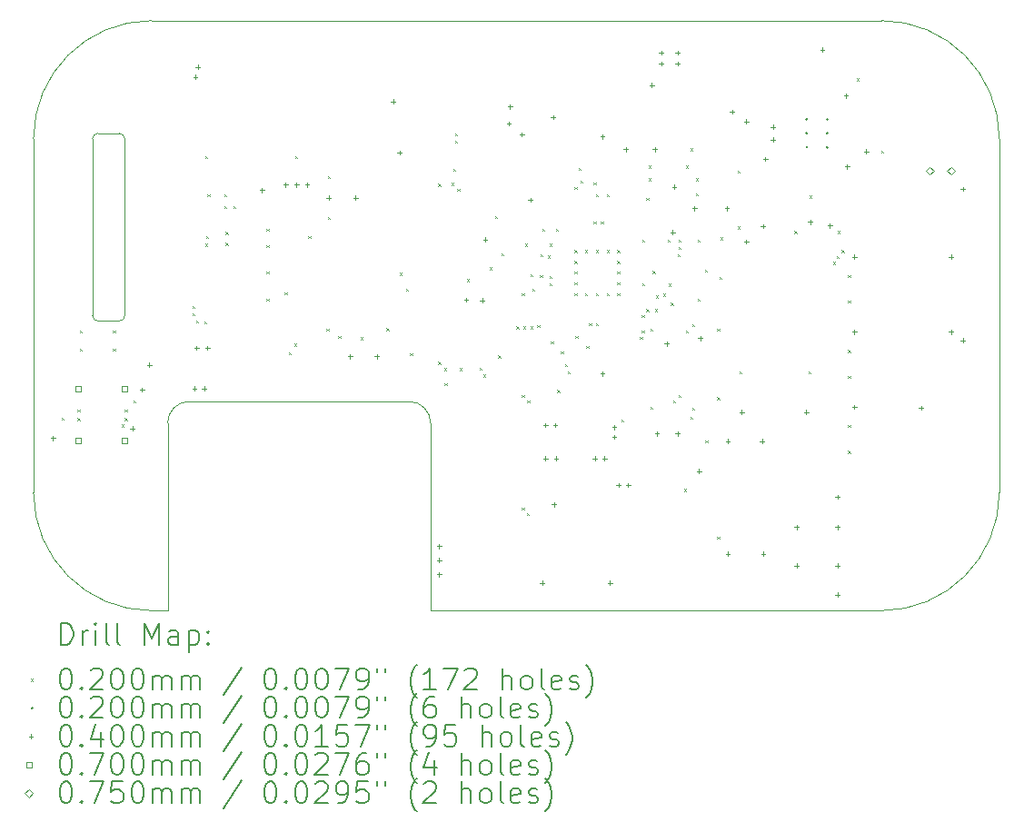
<source format=gbr>
%TF.GenerationSoftware,KiCad,Pcbnew,8.0.6+1*%
%TF.CreationDate,2025-02-16T06:01:59+00:00*%
%TF.ProjectId,gshps,67736870-732e-46b6-9963-61645f706362,C*%
%TF.SameCoordinates,Original*%
%TF.FileFunction,Drillmap*%
%TF.FilePolarity,Positive*%
%FSLAX45Y45*%
G04 Gerber Fmt 4.5, Leading zero omitted, Abs format (unit mm)*
G04 Created by KiCad (PCBNEW 8.0.6+1) date 2025-02-16 06:01:59*
%MOMM*%
%LPD*%
G01*
G04 APERTURE LIST*
%ADD10C,0.100000*%
%ADD11C,0.200000*%
G04 APERTURE END LIST*
D10*
X4300000Y-5900000D02*
X6350000Y-5900000D01*
X10750000Y-2350000D02*
G75*
G02*
X11850000Y-3450000I0J-1100000D01*
G01*
X11850000Y-6750000D02*
G75*
G02*
X10750000Y-7850000I-1100000J0D01*
G01*
X3700000Y-5100000D02*
X3700000Y-3450000D01*
X3450000Y-3400000D02*
X3650000Y-3400000D01*
X3950000Y-7850000D02*
G75*
G02*
X2850000Y-6750000I0J1100000D01*
G01*
X4100000Y-7850000D02*
X4100000Y-6100000D01*
X3400000Y-3450000D02*
X3400000Y-5100000D01*
X3450000Y-5150000D02*
X3650000Y-5150000D01*
X3650000Y-3400000D02*
G75*
G02*
X3700000Y-3450000I0J-50000D01*
G01*
X3700000Y-5100000D02*
G75*
G02*
X3650000Y-5150000I-50000J0D01*
G01*
X4100000Y-6100000D02*
G75*
G02*
X4300000Y-5900000I200000J0D01*
G01*
X10750000Y-7850000D02*
X6550000Y-7850000D01*
X3950000Y-2350000D02*
X10750000Y-2350000D01*
X3400000Y-3450000D02*
G75*
G02*
X3450000Y-3400000I50000J0D01*
G01*
X4100000Y-7850000D02*
X3950000Y-7850000D01*
X3450000Y-5150000D02*
G75*
G02*
X3400000Y-5100000I0J50000D01*
G01*
X2850000Y-6750000D02*
X2850000Y-3450000D01*
X6550000Y-7850000D02*
X6550000Y-6100000D01*
X2850000Y-3450000D02*
G75*
G02*
X3950000Y-2350000I1100000J0D01*
G01*
X6350000Y-5900000D02*
G75*
G02*
X6550000Y-6100000I0J-200000D01*
G01*
X11850000Y-3450000D02*
X11850000Y-6750000D01*
D11*
D10*
X3110000Y-6050000D02*
X3130000Y-6070000D01*
X3130000Y-6050000D02*
X3110000Y-6070000D01*
X3260000Y-5975000D02*
X3280000Y-5995000D01*
X3280000Y-5975000D02*
X3260000Y-5995000D01*
X3260000Y-6055000D02*
X3280000Y-6075000D01*
X3280000Y-6055000D02*
X3260000Y-6075000D01*
X3280000Y-5240000D02*
X3300000Y-5260000D01*
X3300000Y-5240000D02*
X3280000Y-5260000D01*
X3280000Y-5410000D02*
X3300000Y-5430000D01*
X3300000Y-5410000D02*
X3280000Y-5430000D01*
X3590000Y-5240000D02*
X3610000Y-5260000D01*
X3610000Y-5240000D02*
X3590000Y-5260000D01*
X3590000Y-5410000D02*
X3610000Y-5430000D01*
X3610000Y-5410000D02*
X3590000Y-5430000D01*
X3668490Y-6114814D02*
X3688490Y-6134814D01*
X3688490Y-6114814D02*
X3668490Y-6134814D01*
X3700000Y-5975000D02*
X3720000Y-5995000D01*
X3720000Y-5975000D02*
X3700000Y-5995000D01*
X3700000Y-6055000D02*
X3720000Y-6075000D01*
X3720000Y-6055000D02*
X3700000Y-6075000D01*
X3780000Y-5890000D02*
X3800000Y-5910000D01*
X3800000Y-5890000D02*
X3780000Y-5910000D01*
X4330000Y-5010000D02*
X4350000Y-5030000D01*
X4350000Y-5010000D02*
X4330000Y-5030000D01*
X4331603Y-5077500D02*
X4351603Y-5097500D01*
X4351603Y-5077500D02*
X4331603Y-5097500D01*
X4367637Y-5143277D02*
X4387637Y-5163277D01*
X4387637Y-5143277D02*
X4367637Y-5163277D01*
X4442205Y-5151316D02*
X4462205Y-5171316D01*
X4462205Y-5151316D02*
X4442205Y-5171316D01*
X4450000Y-3610000D02*
X4470000Y-3630000D01*
X4470000Y-3610000D02*
X4450000Y-3630000D01*
X4450000Y-4430000D02*
X4470000Y-4450000D01*
X4470000Y-4430000D02*
X4450000Y-4450000D01*
X4456124Y-4358054D02*
X4476124Y-4378054D01*
X4476124Y-4358054D02*
X4456124Y-4378054D01*
X4470000Y-3970000D02*
X4490000Y-3990000D01*
X4490000Y-3970000D02*
X4470000Y-3990000D01*
X4626484Y-4077801D02*
X4646484Y-4097801D01*
X4646484Y-4077801D02*
X4626484Y-4097801D01*
X4630000Y-3970000D02*
X4650000Y-3990000D01*
X4650000Y-3970000D02*
X4630000Y-3990000D01*
X4640000Y-4320000D02*
X4660000Y-4340000D01*
X4660000Y-4320000D02*
X4640000Y-4340000D01*
X4640000Y-4420000D02*
X4660000Y-4440000D01*
X4660000Y-4420000D02*
X4640000Y-4440000D01*
X4710000Y-4077500D02*
X4730000Y-4097500D01*
X4730000Y-4077500D02*
X4710000Y-4097500D01*
X5020000Y-4290000D02*
X5040000Y-4310000D01*
X5040000Y-4290000D02*
X5020000Y-4310000D01*
X5020000Y-4440000D02*
X5040000Y-4460000D01*
X5040000Y-4440000D02*
X5020000Y-4460000D01*
X5020000Y-4690000D02*
X5040000Y-4710000D01*
X5040000Y-4690000D02*
X5020000Y-4710000D01*
X5020000Y-4940000D02*
X5040000Y-4960000D01*
X5040000Y-4940000D02*
X5020000Y-4960000D01*
X5190000Y-4880000D02*
X5210000Y-4900000D01*
X5210000Y-4880000D02*
X5190000Y-4900000D01*
X5230000Y-5440000D02*
X5250000Y-5460000D01*
X5250000Y-5440000D02*
X5230000Y-5460000D01*
X5280000Y-5360000D02*
X5300000Y-5380000D01*
X5300000Y-5360000D02*
X5280000Y-5380000D01*
X5290000Y-3610000D02*
X5310000Y-3630000D01*
X5310000Y-3610000D02*
X5290000Y-3630000D01*
X5410000Y-4360000D02*
X5430000Y-4380000D01*
X5430000Y-4360000D02*
X5410000Y-4380000D01*
X5580000Y-5220000D02*
X5600000Y-5240000D01*
X5600000Y-5220000D02*
X5580000Y-5240000D01*
X5590000Y-3797500D02*
X5610000Y-3817500D01*
X5610000Y-3797500D02*
X5590000Y-3817500D01*
X5590000Y-4180000D02*
X5610000Y-4200000D01*
X5610000Y-4180000D02*
X5590000Y-4200000D01*
X5690500Y-5290000D02*
X5710500Y-5310000D01*
X5710500Y-5290000D02*
X5690500Y-5310000D01*
X5900000Y-5302500D02*
X5920000Y-5322500D01*
X5920000Y-5302500D02*
X5900000Y-5322500D01*
X6138552Y-5217450D02*
X6158552Y-5237450D01*
X6158552Y-5217450D02*
X6138552Y-5237450D01*
X6260000Y-4700000D02*
X6280000Y-4720000D01*
X6280000Y-4700000D02*
X6260000Y-4720000D01*
X6320000Y-4850000D02*
X6340000Y-4870000D01*
X6340000Y-4850000D02*
X6320000Y-4870000D01*
X6360000Y-5450000D02*
X6380000Y-5470000D01*
X6380000Y-5450000D02*
X6360000Y-5470000D01*
X6620000Y-3870000D02*
X6640000Y-3890000D01*
X6640000Y-3870000D02*
X6620000Y-3890000D01*
X6621716Y-5531716D02*
X6641716Y-5551716D01*
X6641716Y-5531716D02*
X6621716Y-5551716D01*
X6678284Y-5588284D02*
X6698284Y-5608284D01*
X6698284Y-5588284D02*
X6678284Y-5608284D01*
X6680000Y-5730000D02*
X6700000Y-5750000D01*
X6700000Y-5730000D02*
X6680000Y-5750000D01*
X6741716Y-3861716D02*
X6761716Y-3881716D01*
X6761716Y-3861716D02*
X6741716Y-3881716D01*
X6760000Y-3730000D02*
X6780000Y-3750000D01*
X6780000Y-3730000D02*
X6760000Y-3750000D01*
X6780000Y-3400000D02*
X6800000Y-3420000D01*
X6800000Y-3400000D02*
X6780000Y-3420000D01*
X6780000Y-3470000D02*
X6800000Y-3490000D01*
X6800000Y-3470000D02*
X6780000Y-3490000D01*
X6798284Y-3918284D02*
X6818284Y-3938284D01*
X6818284Y-3918284D02*
X6798284Y-3938284D01*
X6820000Y-5590000D02*
X6840000Y-5610000D01*
X6840000Y-5590000D02*
X6820000Y-5610000D01*
X6890000Y-4760001D02*
X6910000Y-4780001D01*
X6910000Y-4760001D02*
X6890000Y-4780001D01*
X7005958Y-5583972D02*
X7025958Y-5603972D01*
X7025958Y-5583972D02*
X7005958Y-5603972D01*
X7039999Y-5650000D02*
X7059999Y-5670000D01*
X7059999Y-5650000D02*
X7039999Y-5670000D01*
X7100000Y-4650000D02*
X7120000Y-4670000D01*
X7120000Y-4650000D02*
X7100000Y-4670000D01*
X7150000Y-4170000D02*
X7170000Y-4190000D01*
X7170000Y-4170000D02*
X7150000Y-4190000D01*
X7180000Y-5470000D02*
X7200000Y-5490000D01*
X7200000Y-5470000D02*
X7180000Y-5490000D01*
X7207500Y-4519733D02*
X7227500Y-4539733D01*
X7227500Y-4519733D02*
X7207500Y-4539733D01*
X7350000Y-5200000D02*
X7370000Y-5220000D01*
X7370000Y-5200000D02*
X7350000Y-5220000D01*
X7400000Y-4890000D02*
X7420000Y-4910000D01*
X7420000Y-4890000D02*
X7400000Y-4910000D01*
X7400000Y-5840000D02*
X7420000Y-5860000D01*
X7420000Y-5840000D02*
X7400000Y-5860000D01*
X7400000Y-6890000D02*
X7420000Y-6910000D01*
X7420000Y-6890000D02*
X7400000Y-6910000D01*
X7414950Y-5200000D02*
X7434950Y-5220000D01*
X7434950Y-5200000D02*
X7414950Y-5220000D01*
X7430000Y-4430000D02*
X7450000Y-4450000D01*
X7450000Y-4430000D02*
X7430000Y-4450000D01*
X7447450Y-6940000D02*
X7467450Y-6960000D01*
X7467450Y-6940000D02*
X7447450Y-6960000D01*
X7450000Y-5890000D02*
X7470000Y-5910000D01*
X7470000Y-5890000D02*
X7450000Y-5910000D01*
X7479341Y-4710659D02*
X7499341Y-4730659D01*
X7499341Y-4710659D02*
X7479341Y-4730659D01*
X7479900Y-5199842D02*
X7499900Y-5219842D01*
X7499900Y-5199842D02*
X7479900Y-5219842D01*
X7500000Y-4850000D02*
X7520000Y-4870000D01*
X7520000Y-4850000D02*
X7500000Y-4870000D01*
X7543500Y-5186664D02*
X7563500Y-5206664D01*
X7563500Y-5186664D02*
X7543500Y-5206664D01*
X7570000Y-4720000D02*
X7590000Y-4740000D01*
X7590000Y-4720000D02*
X7570000Y-4740000D01*
X7572095Y-4525599D02*
X7592095Y-4545599D01*
X7592095Y-4525599D02*
X7572095Y-4545599D01*
X7590000Y-4290000D02*
X7610000Y-4310000D01*
X7610000Y-4290000D02*
X7590000Y-4310000D01*
X7640000Y-4540000D02*
X7660000Y-4560000D01*
X7660000Y-4540000D02*
X7640000Y-4560000D01*
X7656412Y-4796412D02*
X7676412Y-4816412D01*
X7676412Y-4796412D02*
X7656412Y-4816412D01*
X7660000Y-4430000D02*
X7680000Y-4450000D01*
X7680000Y-4430000D02*
X7660000Y-4450000D01*
X7660000Y-4727500D02*
X7680000Y-4747500D01*
X7680000Y-4727500D02*
X7660000Y-4747500D01*
X7670000Y-5340000D02*
X7690000Y-5360000D01*
X7690000Y-5340000D02*
X7670000Y-5360000D01*
X7720000Y-4289950D02*
X7740000Y-4309950D01*
X7740000Y-4289950D02*
X7720000Y-4309950D01*
X7730000Y-5792500D02*
X7750000Y-5812500D01*
X7750000Y-5792500D02*
X7730000Y-5812500D01*
X7765000Y-5435000D02*
X7785000Y-5455000D01*
X7785000Y-5435000D02*
X7765000Y-5455000D01*
X7805050Y-5550000D02*
X7825050Y-5570000D01*
X7825050Y-5550000D02*
X7805050Y-5570000D01*
X7830000Y-5620000D02*
X7850000Y-5640000D01*
X7850000Y-5620000D02*
X7830000Y-5640000D01*
X7890000Y-4490000D02*
X7910000Y-4510000D01*
X7910000Y-4490000D02*
X7890000Y-4510000D01*
X7890000Y-4590000D02*
X7910000Y-4610000D01*
X7910000Y-4590000D02*
X7890000Y-4610000D01*
X7890000Y-4690000D02*
X7910000Y-4710000D01*
X7910000Y-4690000D02*
X7890000Y-4710000D01*
X7890000Y-4790000D02*
X7910000Y-4810000D01*
X7910000Y-4790000D02*
X7890000Y-4810000D01*
X7890000Y-4890000D02*
X7910000Y-4910000D01*
X7910000Y-4890000D02*
X7890000Y-4910000D01*
X7891716Y-3898284D02*
X7911716Y-3918284D01*
X7911716Y-3898284D02*
X7891716Y-3918284D01*
X7900000Y-5290000D02*
X7920000Y-5310000D01*
X7920000Y-5290000D02*
X7900000Y-5310000D01*
X7930000Y-3720000D02*
X7950000Y-3740000D01*
X7950000Y-3720000D02*
X7930000Y-3740000D01*
X7948284Y-3841716D02*
X7968284Y-3861716D01*
X7968284Y-3841716D02*
X7948284Y-3861716D01*
X7990000Y-4490000D02*
X8010000Y-4510000D01*
X8010000Y-4490000D02*
X7990000Y-4510000D01*
X7990000Y-4890000D02*
X8010000Y-4910000D01*
X8010000Y-4890000D02*
X7990000Y-4910000D01*
X8000000Y-5380000D02*
X8020000Y-5400000D01*
X8020000Y-5380000D02*
X8000000Y-5400000D01*
X8026833Y-5170090D02*
X8046833Y-5190090D01*
X8046833Y-5170090D02*
X8026833Y-5190090D01*
X8070000Y-3860000D02*
X8090000Y-3880000D01*
X8090000Y-3860000D02*
X8070000Y-3880000D01*
X8070000Y-4222550D02*
X8090000Y-4242550D01*
X8090000Y-4222550D02*
X8070000Y-4242550D01*
X8090000Y-3970000D02*
X8110000Y-3990000D01*
X8110000Y-3970000D02*
X8090000Y-3990000D01*
X8090000Y-4490000D02*
X8110000Y-4510000D01*
X8110000Y-4490000D02*
X8090000Y-4510000D01*
X8090000Y-4890000D02*
X8110000Y-4910000D01*
X8110000Y-4890000D02*
X8090000Y-4910000D01*
X8091757Y-5168243D02*
X8111757Y-5188243D01*
X8111757Y-5168243D02*
X8091757Y-5188243D01*
X8138259Y-4220809D02*
X8158259Y-4240809D01*
X8158259Y-4220809D02*
X8138259Y-4240809D01*
X8190000Y-3970000D02*
X8210000Y-3990000D01*
X8210000Y-3970000D02*
X8190000Y-3990000D01*
X8190000Y-4490000D02*
X8210000Y-4510000D01*
X8210000Y-4490000D02*
X8190000Y-4510000D01*
X8190000Y-4890000D02*
X8210000Y-4910000D01*
X8210000Y-4890000D02*
X8190000Y-4910000D01*
X8290000Y-4490000D02*
X8310000Y-4510000D01*
X8310000Y-4490000D02*
X8290000Y-4510000D01*
X8290000Y-4590000D02*
X8310000Y-4610000D01*
X8310000Y-4590000D02*
X8290000Y-4610000D01*
X8290000Y-4690000D02*
X8310000Y-4710000D01*
X8310000Y-4690000D02*
X8290000Y-4710000D01*
X8290000Y-4790000D02*
X8310000Y-4810000D01*
X8310000Y-4790000D02*
X8290000Y-4810000D01*
X8290000Y-4890000D02*
X8310000Y-4910000D01*
X8310000Y-4890000D02*
X8290000Y-4910000D01*
X8330000Y-6070000D02*
X8350000Y-6090000D01*
X8350000Y-6070000D02*
X8330000Y-6090000D01*
X8500000Y-5300000D02*
X8520000Y-5320000D01*
X8520000Y-5300000D02*
X8500000Y-5320000D01*
X8516714Y-5235943D02*
X8536714Y-5255943D01*
X8536714Y-5235943D02*
X8516714Y-5255943D01*
X8517662Y-5095162D02*
X8537662Y-5115162D01*
X8537662Y-5095162D02*
X8517662Y-5115162D01*
X8520000Y-4390000D02*
X8540000Y-4410000D01*
X8540000Y-4390000D02*
X8520000Y-4410000D01*
X8523603Y-4795459D02*
X8543603Y-4815459D01*
X8543603Y-4795459D02*
X8523603Y-4815459D01*
X8560000Y-4000000D02*
X8580000Y-4020000D01*
X8580000Y-4000000D02*
X8560000Y-4020000D01*
X8560000Y-5040000D02*
X8580000Y-5060000D01*
X8580000Y-5040000D02*
X8560000Y-5060000D01*
X8580000Y-3700000D02*
X8600000Y-3720000D01*
X8600000Y-3700000D02*
X8580000Y-3720000D01*
X8580000Y-3820000D02*
X8600000Y-3840000D01*
X8600000Y-3820000D02*
X8580000Y-3840000D01*
X8599999Y-5220000D02*
X8619999Y-5240000D01*
X8619999Y-5220000D02*
X8599999Y-5240000D01*
X8600000Y-5950000D02*
X8620000Y-5970000D01*
X8620000Y-5950000D02*
X8600000Y-5970000D01*
X8619049Y-4682269D02*
X8639049Y-4702269D01*
X8639049Y-4682269D02*
X8619049Y-4702269D01*
X8640000Y-5040000D02*
X8660000Y-5060000D01*
X8660000Y-5040000D02*
X8640000Y-5060000D01*
X8650927Y-4911368D02*
X8670927Y-4931368D01*
X8670927Y-4911368D02*
X8650927Y-4931368D01*
X8717592Y-4895368D02*
X8737592Y-4915368D01*
X8737592Y-4895368D02*
X8717592Y-4915368D01*
X8760000Y-4390000D02*
X8780000Y-4410000D01*
X8780000Y-4390000D02*
X8760000Y-4410000D01*
X8767357Y-4801553D02*
X8787357Y-4821553D01*
X8787357Y-4801553D02*
X8767357Y-4821553D01*
X8790000Y-4980000D02*
X8810000Y-5000000D01*
X8810000Y-4980000D02*
X8790000Y-5000000D01*
X8810000Y-5887450D02*
X8830000Y-5907450D01*
X8830000Y-5887450D02*
X8810000Y-5907450D01*
X8851274Y-4524423D02*
X8871274Y-4544423D01*
X8871274Y-4524423D02*
X8851274Y-4544423D01*
X8860000Y-5840000D02*
X8880000Y-5860000D01*
X8880000Y-5840000D02*
X8860000Y-5860000D01*
X8862550Y-4390000D02*
X8882550Y-4410000D01*
X8882550Y-4390000D02*
X8862550Y-4410000D01*
X8862550Y-4460459D02*
X8882550Y-4480459D01*
X8882550Y-4460459D02*
X8862550Y-4480459D01*
X8910000Y-6715000D02*
X8930000Y-6735000D01*
X8930000Y-6715000D02*
X8910000Y-6735000D01*
X8929269Y-5237500D02*
X8949269Y-5257500D01*
X8949269Y-5237500D02*
X8929269Y-5257500D01*
X8930000Y-3700000D02*
X8950000Y-3720000D01*
X8950000Y-3700000D02*
X8930000Y-3720000D01*
X8970000Y-3540000D02*
X8990000Y-3560000D01*
X8990000Y-3540000D02*
X8970000Y-3560000D01*
X8970000Y-6040000D02*
X8990000Y-6060000D01*
X8990000Y-6040000D02*
X8970000Y-6060000D01*
X8990000Y-5960000D02*
X9010000Y-5980000D01*
X9010000Y-5960000D02*
X8990000Y-5980000D01*
X8990254Y-5181586D02*
X9010254Y-5201586D01*
X9010254Y-5181586D02*
X8990254Y-5201586D01*
X9019999Y-3820000D02*
X9039999Y-3840000D01*
X9039999Y-3820000D02*
X9019999Y-3840000D01*
X9020000Y-3960000D02*
X9040000Y-3980000D01*
X9040000Y-3960000D02*
X9020000Y-3980000D01*
X9040000Y-4390000D02*
X9060000Y-4410000D01*
X9060000Y-4390000D02*
X9040000Y-4410000D01*
X9040000Y-4940000D02*
X9060000Y-4960000D01*
X9060000Y-4940000D02*
X9040000Y-4960000D01*
X9105980Y-4670000D02*
X9125980Y-4690000D01*
X9125980Y-4670000D02*
X9105980Y-4690000D01*
X9109950Y-6260000D02*
X9129950Y-6280000D01*
X9129950Y-6260000D02*
X9109950Y-6280000D01*
X9220000Y-5220000D02*
X9240000Y-5240000D01*
X9240000Y-5220000D02*
X9220000Y-5240000D01*
X9220000Y-5860000D02*
X9240000Y-5880000D01*
X9240000Y-5860000D02*
X9220000Y-5880000D01*
X9220000Y-7160000D02*
X9240000Y-7180000D01*
X9240000Y-7160000D02*
X9220000Y-7180000D01*
X9240000Y-4740000D02*
X9260000Y-4760000D01*
X9260000Y-4740000D02*
X9240000Y-4760000D01*
X9250000Y-4370000D02*
X9270000Y-4390000D01*
X9270000Y-4370000D02*
X9250000Y-4390000D01*
X9410000Y-3750000D02*
X9430000Y-3770000D01*
X9430000Y-3750000D02*
X9410000Y-3770000D01*
X9410000Y-4270000D02*
X9430000Y-4290000D01*
X9430000Y-4270000D02*
X9410000Y-4290000D01*
X9430000Y-5620000D02*
X9450000Y-5640000D01*
X9450000Y-5620000D02*
X9430000Y-5640000D01*
X9940000Y-4310000D02*
X9960000Y-4330000D01*
X9960000Y-4310000D02*
X9940000Y-4330000D01*
X10070000Y-5620000D02*
X10090000Y-5640000D01*
X10090000Y-5620000D02*
X10070000Y-5640000D01*
X10080000Y-3980000D02*
X10100000Y-4000000D01*
X10100000Y-3980000D02*
X10080000Y-4000000D01*
X10298043Y-4599067D02*
X10318043Y-4619067D01*
X10318043Y-4599067D02*
X10298043Y-4619067D01*
X10332550Y-4544042D02*
X10352550Y-4564042D01*
X10352550Y-4544042D02*
X10332550Y-4564042D01*
X10340000Y-4310000D02*
X10360000Y-4330000D01*
X10360000Y-4310000D02*
X10340000Y-4330000D01*
X10380000Y-4490000D02*
X10400000Y-4510000D01*
X10400000Y-4490000D02*
X10380000Y-4510000D01*
X10440000Y-4720000D02*
X10460000Y-4740000D01*
X10460000Y-4720000D02*
X10440000Y-4740000D01*
X10440000Y-4960000D02*
X10460000Y-4980000D01*
X10460000Y-4960000D02*
X10440000Y-4980000D01*
X10440000Y-5420000D02*
X10460000Y-5440000D01*
X10460000Y-5420000D02*
X10440000Y-5440000D01*
X10440000Y-5660000D02*
X10460000Y-5680000D01*
X10460000Y-5660000D02*
X10440000Y-5680000D01*
X10440000Y-6120000D02*
X10460000Y-6140000D01*
X10460000Y-6120000D02*
X10440000Y-6140000D01*
X10440000Y-6360000D02*
X10460000Y-6380000D01*
X10460000Y-6360000D02*
X10440000Y-6380000D01*
X10520000Y-2890000D02*
X10540000Y-2910000D01*
X10540000Y-2890000D02*
X10520000Y-2910000D01*
X10750000Y-3560000D02*
X10770000Y-3580000D01*
X10770000Y-3560000D02*
X10750000Y-3580000D01*
X10064500Y-3270000D02*
G75*
G02*
X10044500Y-3270000I-10000J0D01*
G01*
X10044500Y-3270000D02*
G75*
G02*
X10064500Y-3270000I10000J0D01*
G01*
X10064500Y-3400000D02*
G75*
G02*
X10044500Y-3400000I-10000J0D01*
G01*
X10044500Y-3400000D02*
G75*
G02*
X10064500Y-3400000I10000J0D01*
G01*
X10064500Y-3530000D02*
G75*
G02*
X10044500Y-3530000I-10000J0D01*
G01*
X10044500Y-3530000D02*
G75*
G02*
X10064500Y-3530000I10000J0D01*
G01*
X10255500Y-3270000D02*
G75*
G02*
X10235500Y-3270000I-10000J0D01*
G01*
X10235500Y-3270000D02*
G75*
G02*
X10255500Y-3270000I10000J0D01*
G01*
X10255500Y-3400000D02*
G75*
G02*
X10235500Y-3400000I-10000J0D01*
G01*
X10235500Y-3400000D02*
G75*
G02*
X10255500Y-3400000I10000J0D01*
G01*
X10255500Y-3530000D02*
G75*
G02*
X10235500Y-3530000I-10000J0D01*
G01*
X10235500Y-3530000D02*
G75*
G02*
X10255500Y-3530000I10000J0D01*
G01*
X3030000Y-6220000D02*
X3030000Y-6260000D01*
X3010000Y-6240000D02*
X3050000Y-6240000D01*
X3770000Y-6130000D02*
X3770000Y-6170000D01*
X3750000Y-6150000D02*
X3790000Y-6150000D01*
X3860000Y-5770000D02*
X3860000Y-5810000D01*
X3840000Y-5790000D02*
X3880000Y-5790000D01*
X3930000Y-5540000D02*
X3930000Y-5580000D01*
X3910000Y-5560000D02*
X3950000Y-5560000D01*
X4350000Y-5760000D02*
X4350000Y-5800000D01*
X4330000Y-5780000D02*
X4370000Y-5780000D01*
X4357523Y-2854853D02*
X4357523Y-2894853D01*
X4337523Y-2874853D02*
X4377523Y-2874853D01*
X4370000Y-5380000D02*
X4370000Y-5420000D01*
X4350000Y-5400000D02*
X4390000Y-5400000D01*
X4380000Y-2762550D02*
X4380000Y-2802550D01*
X4360000Y-2782550D02*
X4400000Y-2782550D01*
X4440000Y-5760000D02*
X4440000Y-5800000D01*
X4420000Y-5780000D02*
X4460000Y-5780000D01*
X4470000Y-5380000D02*
X4470000Y-5420000D01*
X4450000Y-5400000D02*
X4490000Y-5400000D01*
X4980000Y-3910000D02*
X4980000Y-3950000D01*
X4960000Y-3930000D02*
X5000000Y-3930000D01*
X5200000Y-3860000D02*
X5200000Y-3900000D01*
X5180000Y-3880000D02*
X5220000Y-3880000D01*
X5300000Y-3860000D02*
X5300000Y-3900000D01*
X5280000Y-3880000D02*
X5320000Y-3880000D01*
X5400000Y-3860000D02*
X5400000Y-3900000D01*
X5380000Y-3880000D02*
X5420000Y-3880000D01*
X5600000Y-3980000D02*
X5600000Y-4020000D01*
X5580000Y-4000000D02*
X5620000Y-4000000D01*
X5800000Y-5460000D02*
X5800000Y-5500000D01*
X5780000Y-5480000D02*
X5820000Y-5480000D01*
X5850000Y-3980000D02*
X5850000Y-4020000D01*
X5830000Y-4000000D02*
X5870000Y-4000000D01*
X6050000Y-5460000D02*
X6050000Y-5500000D01*
X6030000Y-5480000D02*
X6070000Y-5480000D01*
X6201999Y-3082000D02*
X6201999Y-3122000D01*
X6181999Y-3102000D02*
X6221999Y-3102000D01*
X6260000Y-3559999D02*
X6260000Y-3599999D01*
X6240000Y-3579999D02*
X6280000Y-3579999D01*
X6630000Y-7230000D02*
X6630000Y-7270000D01*
X6610000Y-7250000D02*
X6650000Y-7250000D01*
X6630000Y-7360000D02*
X6630000Y-7400000D01*
X6610000Y-7380000D02*
X6650000Y-7380000D01*
X6630000Y-7490000D02*
X6630000Y-7530000D01*
X6610000Y-7510000D02*
X6650000Y-7510000D01*
X6882000Y-4932500D02*
X6882000Y-4972500D01*
X6862000Y-4952500D02*
X6902000Y-4952500D01*
X7030000Y-4937500D02*
X7030000Y-4977500D01*
X7010000Y-4957500D02*
X7050000Y-4957500D01*
X7060000Y-4370000D02*
X7060000Y-4410000D01*
X7040000Y-4390000D02*
X7080000Y-4390000D01*
X7280000Y-3290000D02*
X7280000Y-3330000D01*
X7260000Y-3310000D02*
X7300000Y-3310000D01*
X7290000Y-3130000D02*
X7290000Y-3170000D01*
X7270000Y-3150000D02*
X7310000Y-3150000D01*
X7400000Y-3390000D02*
X7400000Y-3430000D01*
X7380000Y-3410000D02*
X7420000Y-3410000D01*
X7480000Y-4000000D02*
X7480000Y-4040000D01*
X7460000Y-4020000D02*
X7500000Y-4020000D01*
X7590000Y-7570000D02*
X7590000Y-7610000D01*
X7570000Y-7590000D02*
X7610000Y-7590000D01*
X7620000Y-6100000D02*
X7620000Y-6140000D01*
X7600000Y-6120000D02*
X7640000Y-6120000D01*
X7620000Y-6410000D02*
X7620000Y-6450000D01*
X7600000Y-6430000D02*
X7640000Y-6430000D01*
X7690000Y-3230000D02*
X7690000Y-3270000D01*
X7670000Y-3250000D02*
X7710000Y-3250000D01*
X7700000Y-6840000D02*
X7700000Y-6880000D01*
X7680000Y-6860000D02*
X7720000Y-6860000D01*
X7710000Y-6100000D02*
X7710000Y-6140000D01*
X7690000Y-6120000D02*
X7730000Y-6120000D01*
X7720000Y-6410000D02*
X7720000Y-6450000D01*
X7700000Y-6430000D02*
X7740000Y-6430000D01*
X8080000Y-6410000D02*
X8080000Y-6450000D01*
X8060000Y-6430000D02*
X8100000Y-6430000D01*
X8150000Y-3410000D02*
X8150000Y-3450000D01*
X8130000Y-3430000D02*
X8170000Y-3430000D01*
X8150000Y-5620000D02*
X8150000Y-5660000D01*
X8130000Y-5640000D02*
X8170000Y-5640000D01*
X8170000Y-6410000D02*
X8170000Y-6450000D01*
X8150000Y-6430000D02*
X8190000Y-6430000D01*
X8220000Y-7570000D02*
X8220000Y-7610000D01*
X8200000Y-7590000D02*
X8240000Y-7590000D01*
X8260000Y-6120000D02*
X8260000Y-6160000D01*
X8240000Y-6140000D02*
X8280000Y-6140000D01*
X8260000Y-6210000D02*
X8260000Y-6250000D01*
X8240000Y-6230000D02*
X8280000Y-6230000D01*
X8300000Y-6660000D02*
X8300000Y-6700000D01*
X8280000Y-6680000D02*
X8320000Y-6680000D01*
X8370000Y-3530000D02*
X8370000Y-3570000D01*
X8350000Y-3550000D02*
X8390000Y-3550000D01*
X8390000Y-6660000D02*
X8390000Y-6700000D01*
X8370000Y-6680000D02*
X8410000Y-6680000D01*
X8610000Y-2930000D02*
X8610000Y-2970000D01*
X8590000Y-2950000D02*
X8630000Y-2950000D01*
X8640000Y-3530000D02*
X8640000Y-3570000D01*
X8620000Y-3550000D02*
X8660000Y-3550000D01*
X8660000Y-6180000D02*
X8660000Y-6220000D01*
X8640000Y-6200000D02*
X8680000Y-6200000D01*
X8700000Y-2630000D02*
X8700000Y-2670000D01*
X8680000Y-2650000D02*
X8720000Y-2650000D01*
X8700000Y-2730000D02*
X8700000Y-2770000D01*
X8680000Y-2750000D02*
X8720000Y-2750000D01*
X8750000Y-5340000D02*
X8750000Y-5380000D01*
X8730000Y-5360000D02*
X8770000Y-5360000D01*
X8806321Y-4301147D02*
X8806321Y-4341147D01*
X8786321Y-4321147D02*
X8826321Y-4321147D01*
X8820000Y-3880000D02*
X8820000Y-3920000D01*
X8800000Y-3900000D02*
X8840000Y-3900000D01*
X8850000Y-2630000D02*
X8850000Y-2670000D01*
X8830000Y-2650000D02*
X8870000Y-2650000D01*
X8850000Y-2730000D02*
X8850000Y-2770000D01*
X8830000Y-2750000D02*
X8870000Y-2750000D01*
X8850000Y-6180000D02*
X8850000Y-6220000D01*
X8830000Y-6200000D02*
X8870000Y-6200000D01*
X9010000Y-4080000D02*
X9010000Y-4120000D01*
X8990000Y-4100000D02*
X9030000Y-4100000D01*
X9050001Y-6530001D02*
X9050001Y-6570001D01*
X9030001Y-6550001D02*
X9070001Y-6550001D01*
X9062704Y-5290000D02*
X9062704Y-5330000D01*
X9042704Y-5310000D02*
X9082704Y-5310000D01*
X9310000Y-4080000D02*
X9310000Y-4120000D01*
X9290000Y-4100000D02*
X9330000Y-4100000D01*
X9320000Y-6250000D02*
X9320000Y-6290000D01*
X9300000Y-6270000D02*
X9340000Y-6270000D01*
X9320000Y-7300000D02*
X9320000Y-7340000D01*
X9300000Y-7320000D02*
X9340000Y-7320000D01*
X9360000Y-3180000D02*
X9360000Y-3220000D01*
X9340000Y-3200000D02*
X9380000Y-3200000D01*
X9450000Y-5980000D02*
X9450000Y-6020000D01*
X9430000Y-6000000D02*
X9470000Y-6000000D01*
X9490000Y-3270000D02*
X9490000Y-3310000D01*
X9470000Y-3290000D02*
X9510000Y-3290000D01*
X9490000Y-4390000D02*
X9490000Y-4430000D01*
X9470000Y-4410000D02*
X9510000Y-4410000D01*
X9640000Y-6250000D02*
X9640000Y-6290000D01*
X9620000Y-6270000D02*
X9660000Y-6270000D01*
X9646250Y-4245000D02*
X9646250Y-4285000D01*
X9626250Y-4265000D02*
X9666250Y-4265000D01*
X9650000Y-7300000D02*
X9650000Y-7340000D01*
X9630000Y-7320000D02*
X9670000Y-7320000D01*
X9670000Y-3620000D02*
X9670000Y-3660000D01*
X9650000Y-3640000D02*
X9690000Y-3640000D01*
X9740000Y-3320000D02*
X9740000Y-3360000D01*
X9720000Y-3340000D02*
X9760000Y-3340000D01*
X9740000Y-3440000D02*
X9740000Y-3480000D01*
X9720000Y-3460000D02*
X9760000Y-3460000D01*
X9960000Y-7050000D02*
X9960000Y-7090000D01*
X9940000Y-7070000D02*
X9980000Y-7070000D01*
X9960000Y-7410000D02*
X9960000Y-7450000D01*
X9940000Y-7430000D02*
X9980000Y-7430000D01*
X10050000Y-5980000D02*
X10050000Y-6020000D01*
X10030000Y-6000000D02*
X10070000Y-6000000D01*
X10086250Y-4205000D02*
X10086250Y-4245000D01*
X10066250Y-4225000D02*
X10106250Y-4225000D01*
X10200000Y-2600000D02*
X10200000Y-2640000D01*
X10180000Y-2620000D02*
X10220000Y-2620000D01*
X10269999Y-4240000D02*
X10269999Y-4280000D01*
X10249999Y-4260000D02*
X10289999Y-4260000D01*
X10340000Y-6770000D02*
X10340000Y-6810000D01*
X10320000Y-6790000D02*
X10360000Y-6790000D01*
X10340000Y-7050000D02*
X10340000Y-7090000D01*
X10320000Y-7070000D02*
X10360000Y-7070000D01*
X10340000Y-7410000D02*
X10340000Y-7450000D01*
X10320000Y-7430000D02*
X10360000Y-7430000D01*
X10340000Y-7680000D02*
X10340000Y-7720000D01*
X10320000Y-7700000D02*
X10360000Y-7700000D01*
X10420000Y-3030000D02*
X10420000Y-3070000D01*
X10400000Y-3050000D02*
X10440000Y-3050000D01*
X10430000Y-3690000D02*
X10430000Y-3730000D01*
X10410000Y-3710000D02*
X10450000Y-3710000D01*
X10500000Y-4530000D02*
X10500000Y-4570000D01*
X10480000Y-4550000D02*
X10520000Y-4550000D01*
X10500000Y-5230000D02*
X10500000Y-5270000D01*
X10480000Y-5250000D02*
X10520000Y-5250000D01*
X10500000Y-5930000D02*
X10500000Y-5970000D01*
X10480000Y-5950000D02*
X10520000Y-5950000D01*
X10610000Y-3550000D02*
X10610000Y-3590000D01*
X10590000Y-3570000D02*
X10630000Y-3570000D01*
X11120000Y-5940000D02*
X11120000Y-5980000D01*
X11100000Y-5960000D02*
X11140000Y-5960000D01*
X11400000Y-4530000D02*
X11400000Y-4570000D01*
X11380000Y-4550000D02*
X11420000Y-4550000D01*
X11400000Y-5230000D02*
X11400000Y-5270000D01*
X11380000Y-5250000D02*
X11420000Y-5250000D01*
X11510000Y-3900000D02*
X11510000Y-3940000D01*
X11490000Y-3920000D02*
X11530000Y-3920000D01*
X11510000Y-5310000D02*
X11510000Y-5350000D01*
X11490000Y-5330000D02*
X11530000Y-5330000D01*
X3293249Y-5809749D02*
X3293249Y-5760251D01*
X3243751Y-5760251D01*
X3243751Y-5809749D01*
X3293249Y-5809749D01*
X3293249Y-6289749D02*
X3293249Y-6240251D01*
X3243751Y-6240251D01*
X3243751Y-6289749D01*
X3293249Y-6289749D01*
X3723249Y-5809749D02*
X3723249Y-5760251D01*
X3673751Y-5760251D01*
X3673751Y-5809749D01*
X3723249Y-5809749D01*
X3723249Y-6289749D02*
X3723249Y-6240251D01*
X3673751Y-6240251D01*
X3673751Y-6289749D01*
X3723249Y-6289749D01*
X11200000Y-3787500D02*
X11237500Y-3750000D01*
X11200000Y-3712500D01*
X11162500Y-3750000D01*
X11200000Y-3787500D01*
X11400000Y-3787500D02*
X11437500Y-3750000D01*
X11400000Y-3712500D01*
X11362500Y-3750000D01*
X11400000Y-3787500D01*
D11*
X3105777Y-8166484D02*
X3105777Y-7966484D01*
X3105777Y-7966484D02*
X3153396Y-7966484D01*
X3153396Y-7966484D02*
X3181967Y-7976008D01*
X3181967Y-7976008D02*
X3201015Y-7995055D01*
X3201015Y-7995055D02*
X3210539Y-8014103D01*
X3210539Y-8014103D02*
X3220062Y-8052198D01*
X3220062Y-8052198D02*
X3220062Y-8080769D01*
X3220062Y-8080769D02*
X3210539Y-8118865D01*
X3210539Y-8118865D02*
X3201015Y-8137912D01*
X3201015Y-8137912D02*
X3181967Y-8156960D01*
X3181967Y-8156960D02*
X3153396Y-8166484D01*
X3153396Y-8166484D02*
X3105777Y-8166484D01*
X3305777Y-8166484D02*
X3305777Y-8033150D01*
X3305777Y-8071246D02*
X3315301Y-8052198D01*
X3315301Y-8052198D02*
X3324824Y-8042674D01*
X3324824Y-8042674D02*
X3343872Y-8033150D01*
X3343872Y-8033150D02*
X3362920Y-8033150D01*
X3429586Y-8166484D02*
X3429586Y-8033150D01*
X3429586Y-7966484D02*
X3420062Y-7976008D01*
X3420062Y-7976008D02*
X3429586Y-7985531D01*
X3429586Y-7985531D02*
X3439110Y-7976008D01*
X3439110Y-7976008D02*
X3429586Y-7966484D01*
X3429586Y-7966484D02*
X3429586Y-7985531D01*
X3553396Y-8166484D02*
X3534348Y-8156960D01*
X3534348Y-8156960D02*
X3524824Y-8137912D01*
X3524824Y-8137912D02*
X3524824Y-7966484D01*
X3658158Y-8166484D02*
X3639110Y-8156960D01*
X3639110Y-8156960D02*
X3629586Y-8137912D01*
X3629586Y-8137912D02*
X3629586Y-7966484D01*
X3886729Y-8166484D02*
X3886729Y-7966484D01*
X3886729Y-7966484D02*
X3953396Y-8109341D01*
X3953396Y-8109341D02*
X4020062Y-7966484D01*
X4020062Y-7966484D02*
X4020062Y-8166484D01*
X4201015Y-8166484D02*
X4201015Y-8061722D01*
X4201015Y-8061722D02*
X4191491Y-8042674D01*
X4191491Y-8042674D02*
X4172443Y-8033150D01*
X4172443Y-8033150D02*
X4134348Y-8033150D01*
X4134348Y-8033150D02*
X4115301Y-8042674D01*
X4201015Y-8156960D02*
X4181967Y-8166484D01*
X4181967Y-8166484D02*
X4134348Y-8166484D01*
X4134348Y-8166484D02*
X4115301Y-8156960D01*
X4115301Y-8156960D02*
X4105777Y-8137912D01*
X4105777Y-8137912D02*
X4105777Y-8118865D01*
X4105777Y-8118865D02*
X4115301Y-8099817D01*
X4115301Y-8099817D02*
X4134348Y-8090293D01*
X4134348Y-8090293D02*
X4181967Y-8090293D01*
X4181967Y-8090293D02*
X4201015Y-8080769D01*
X4296253Y-8033150D02*
X4296253Y-8233150D01*
X4296253Y-8042674D02*
X4315301Y-8033150D01*
X4315301Y-8033150D02*
X4353396Y-8033150D01*
X4353396Y-8033150D02*
X4372444Y-8042674D01*
X4372444Y-8042674D02*
X4381967Y-8052198D01*
X4381967Y-8052198D02*
X4391491Y-8071246D01*
X4391491Y-8071246D02*
X4391491Y-8128388D01*
X4391491Y-8128388D02*
X4381967Y-8147436D01*
X4381967Y-8147436D02*
X4372444Y-8156960D01*
X4372444Y-8156960D02*
X4353396Y-8166484D01*
X4353396Y-8166484D02*
X4315301Y-8166484D01*
X4315301Y-8166484D02*
X4296253Y-8156960D01*
X4477205Y-8147436D02*
X4486729Y-8156960D01*
X4486729Y-8156960D02*
X4477205Y-8166484D01*
X4477205Y-8166484D02*
X4467682Y-8156960D01*
X4467682Y-8156960D02*
X4477205Y-8147436D01*
X4477205Y-8147436D02*
X4477205Y-8166484D01*
X4477205Y-8042674D02*
X4486729Y-8052198D01*
X4486729Y-8052198D02*
X4477205Y-8061722D01*
X4477205Y-8061722D02*
X4467682Y-8052198D01*
X4467682Y-8052198D02*
X4477205Y-8042674D01*
X4477205Y-8042674D02*
X4477205Y-8061722D01*
D10*
X2825000Y-8485000D02*
X2845000Y-8505000D01*
X2845000Y-8485000D02*
X2825000Y-8505000D01*
D11*
X3143872Y-8386484D02*
X3162920Y-8386484D01*
X3162920Y-8386484D02*
X3181967Y-8396008D01*
X3181967Y-8396008D02*
X3191491Y-8405531D01*
X3191491Y-8405531D02*
X3201015Y-8424579D01*
X3201015Y-8424579D02*
X3210539Y-8462674D01*
X3210539Y-8462674D02*
X3210539Y-8510293D01*
X3210539Y-8510293D02*
X3201015Y-8548389D01*
X3201015Y-8548389D02*
X3191491Y-8567436D01*
X3191491Y-8567436D02*
X3181967Y-8576960D01*
X3181967Y-8576960D02*
X3162920Y-8586484D01*
X3162920Y-8586484D02*
X3143872Y-8586484D01*
X3143872Y-8586484D02*
X3124824Y-8576960D01*
X3124824Y-8576960D02*
X3115301Y-8567436D01*
X3115301Y-8567436D02*
X3105777Y-8548389D01*
X3105777Y-8548389D02*
X3096253Y-8510293D01*
X3096253Y-8510293D02*
X3096253Y-8462674D01*
X3096253Y-8462674D02*
X3105777Y-8424579D01*
X3105777Y-8424579D02*
X3115301Y-8405531D01*
X3115301Y-8405531D02*
X3124824Y-8396008D01*
X3124824Y-8396008D02*
X3143872Y-8386484D01*
X3296253Y-8567436D02*
X3305777Y-8576960D01*
X3305777Y-8576960D02*
X3296253Y-8586484D01*
X3296253Y-8586484D02*
X3286729Y-8576960D01*
X3286729Y-8576960D02*
X3296253Y-8567436D01*
X3296253Y-8567436D02*
X3296253Y-8586484D01*
X3381967Y-8405531D02*
X3391491Y-8396008D01*
X3391491Y-8396008D02*
X3410539Y-8386484D01*
X3410539Y-8386484D02*
X3458158Y-8386484D01*
X3458158Y-8386484D02*
X3477205Y-8396008D01*
X3477205Y-8396008D02*
X3486729Y-8405531D01*
X3486729Y-8405531D02*
X3496253Y-8424579D01*
X3496253Y-8424579D02*
X3496253Y-8443627D01*
X3496253Y-8443627D02*
X3486729Y-8472198D01*
X3486729Y-8472198D02*
X3372443Y-8586484D01*
X3372443Y-8586484D02*
X3496253Y-8586484D01*
X3620062Y-8386484D02*
X3639110Y-8386484D01*
X3639110Y-8386484D02*
X3658158Y-8396008D01*
X3658158Y-8396008D02*
X3667682Y-8405531D01*
X3667682Y-8405531D02*
X3677205Y-8424579D01*
X3677205Y-8424579D02*
X3686729Y-8462674D01*
X3686729Y-8462674D02*
X3686729Y-8510293D01*
X3686729Y-8510293D02*
X3677205Y-8548389D01*
X3677205Y-8548389D02*
X3667682Y-8567436D01*
X3667682Y-8567436D02*
X3658158Y-8576960D01*
X3658158Y-8576960D02*
X3639110Y-8586484D01*
X3639110Y-8586484D02*
X3620062Y-8586484D01*
X3620062Y-8586484D02*
X3601015Y-8576960D01*
X3601015Y-8576960D02*
X3591491Y-8567436D01*
X3591491Y-8567436D02*
X3581967Y-8548389D01*
X3581967Y-8548389D02*
X3572443Y-8510293D01*
X3572443Y-8510293D02*
X3572443Y-8462674D01*
X3572443Y-8462674D02*
X3581967Y-8424579D01*
X3581967Y-8424579D02*
X3591491Y-8405531D01*
X3591491Y-8405531D02*
X3601015Y-8396008D01*
X3601015Y-8396008D02*
X3620062Y-8386484D01*
X3810539Y-8386484D02*
X3829586Y-8386484D01*
X3829586Y-8386484D02*
X3848634Y-8396008D01*
X3848634Y-8396008D02*
X3858158Y-8405531D01*
X3858158Y-8405531D02*
X3867682Y-8424579D01*
X3867682Y-8424579D02*
X3877205Y-8462674D01*
X3877205Y-8462674D02*
X3877205Y-8510293D01*
X3877205Y-8510293D02*
X3867682Y-8548389D01*
X3867682Y-8548389D02*
X3858158Y-8567436D01*
X3858158Y-8567436D02*
X3848634Y-8576960D01*
X3848634Y-8576960D02*
X3829586Y-8586484D01*
X3829586Y-8586484D02*
X3810539Y-8586484D01*
X3810539Y-8586484D02*
X3791491Y-8576960D01*
X3791491Y-8576960D02*
X3781967Y-8567436D01*
X3781967Y-8567436D02*
X3772443Y-8548389D01*
X3772443Y-8548389D02*
X3762920Y-8510293D01*
X3762920Y-8510293D02*
X3762920Y-8462674D01*
X3762920Y-8462674D02*
X3772443Y-8424579D01*
X3772443Y-8424579D02*
X3781967Y-8405531D01*
X3781967Y-8405531D02*
X3791491Y-8396008D01*
X3791491Y-8396008D02*
X3810539Y-8386484D01*
X3962920Y-8586484D02*
X3962920Y-8453150D01*
X3962920Y-8472198D02*
X3972443Y-8462674D01*
X3972443Y-8462674D02*
X3991491Y-8453150D01*
X3991491Y-8453150D02*
X4020063Y-8453150D01*
X4020063Y-8453150D02*
X4039110Y-8462674D01*
X4039110Y-8462674D02*
X4048634Y-8481722D01*
X4048634Y-8481722D02*
X4048634Y-8586484D01*
X4048634Y-8481722D02*
X4058158Y-8462674D01*
X4058158Y-8462674D02*
X4077205Y-8453150D01*
X4077205Y-8453150D02*
X4105777Y-8453150D01*
X4105777Y-8453150D02*
X4124824Y-8462674D01*
X4124824Y-8462674D02*
X4134348Y-8481722D01*
X4134348Y-8481722D02*
X4134348Y-8586484D01*
X4229586Y-8586484D02*
X4229586Y-8453150D01*
X4229586Y-8472198D02*
X4239110Y-8462674D01*
X4239110Y-8462674D02*
X4258158Y-8453150D01*
X4258158Y-8453150D02*
X4286729Y-8453150D01*
X4286729Y-8453150D02*
X4305777Y-8462674D01*
X4305777Y-8462674D02*
X4315301Y-8481722D01*
X4315301Y-8481722D02*
X4315301Y-8586484D01*
X4315301Y-8481722D02*
X4324825Y-8462674D01*
X4324825Y-8462674D02*
X4343872Y-8453150D01*
X4343872Y-8453150D02*
X4372444Y-8453150D01*
X4372444Y-8453150D02*
X4391491Y-8462674D01*
X4391491Y-8462674D02*
X4401015Y-8481722D01*
X4401015Y-8481722D02*
X4401015Y-8586484D01*
X4791491Y-8376960D02*
X4620063Y-8634103D01*
X5048634Y-8386484D02*
X5067682Y-8386484D01*
X5067682Y-8386484D02*
X5086729Y-8396008D01*
X5086729Y-8396008D02*
X5096253Y-8405531D01*
X5096253Y-8405531D02*
X5105777Y-8424579D01*
X5105777Y-8424579D02*
X5115301Y-8462674D01*
X5115301Y-8462674D02*
X5115301Y-8510293D01*
X5115301Y-8510293D02*
X5105777Y-8548389D01*
X5105777Y-8548389D02*
X5096253Y-8567436D01*
X5096253Y-8567436D02*
X5086729Y-8576960D01*
X5086729Y-8576960D02*
X5067682Y-8586484D01*
X5067682Y-8586484D02*
X5048634Y-8586484D01*
X5048634Y-8586484D02*
X5029587Y-8576960D01*
X5029587Y-8576960D02*
X5020063Y-8567436D01*
X5020063Y-8567436D02*
X5010539Y-8548389D01*
X5010539Y-8548389D02*
X5001015Y-8510293D01*
X5001015Y-8510293D02*
X5001015Y-8462674D01*
X5001015Y-8462674D02*
X5010539Y-8424579D01*
X5010539Y-8424579D02*
X5020063Y-8405531D01*
X5020063Y-8405531D02*
X5029587Y-8396008D01*
X5029587Y-8396008D02*
X5048634Y-8386484D01*
X5201015Y-8567436D02*
X5210539Y-8576960D01*
X5210539Y-8576960D02*
X5201015Y-8586484D01*
X5201015Y-8586484D02*
X5191491Y-8576960D01*
X5191491Y-8576960D02*
X5201015Y-8567436D01*
X5201015Y-8567436D02*
X5201015Y-8586484D01*
X5334348Y-8386484D02*
X5353396Y-8386484D01*
X5353396Y-8386484D02*
X5372444Y-8396008D01*
X5372444Y-8396008D02*
X5381968Y-8405531D01*
X5381968Y-8405531D02*
X5391491Y-8424579D01*
X5391491Y-8424579D02*
X5401015Y-8462674D01*
X5401015Y-8462674D02*
X5401015Y-8510293D01*
X5401015Y-8510293D02*
X5391491Y-8548389D01*
X5391491Y-8548389D02*
X5381968Y-8567436D01*
X5381968Y-8567436D02*
X5372444Y-8576960D01*
X5372444Y-8576960D02*
X5353396Y-8586484D01*
X5353396Y-8586484D02*
X5334348Y-8586484D01*
X5334348Y-8586484D02*
X5315301Y-8576960D01*
X5315301Y-8576960D02*
X5305777Y-8567436D01*
X5305777Y-8567436D02*
X5296253Y-8548389D01*
X5296253Y-8548389D02*
X5286729Y-8510293D01*
X5286729Y-8510293D02*
X5286729Y-8462674D01*
X5286729Y-8462674D02*
X5296253Y-8424579D01*
X5296253Y-8424579D02*
X5305777Y-8405531D01*
X5305777Y-8405531D02*
X5315301Y-8396008D01*
X5315301Y-8396008D02*
X5334348Y-8386484D01*
X5524825Y-8386484D02*
X5543872Y-8386484D01*
X5543872Y-8386484D02*
X5562920Y-8396008D01*
X5562920Y-8396008D02*
X5572444Y-8405531D01*
X5572444Y-8405531D02*
X5581968Y-8424579D01*
X5581968Y-8424579D02*
X5591491Y-8462674D01*
X5591491Y-8462674D02*
X5591491Y-8510293D01*
X5591491Y-8510293D02*
X5581968Y-8548389D01*
X5581968Y-8548389D02*
X5572444Y-8567436D01*
X5572444Y-8567436D02*
X5562920Y-8576960D01*
X5562920Y-8576960D02*
X5543872Y-8586484D01*
X5543872Y-8586484D02*
X5524825Y-8586484D01*
X5524825Y-8586484D02*
X5505777Y-8576960D01*
X5505777Y-8576960D02*
X5496253Y-8567436D01*
X5496253Y-8567436D02*
X5486729Y-8548389D01*
X5486729Y-8548389D02*
X5477206Y-8510293D01*
X5477206Y-8510293D02*
X5477206Y-8462674D01*
X5477206Y-8462674D02*
X5486729Y-8424579D01*
X5486729Y-8424579D02*
X5496253Y-8405531D01*
X5496253Y-8405531D02*
X5505777Y-8396008D01*
X5505777Y-8396008D02*
X5524825Y-8386484D01*
X5658158Y-8386484D02*
X5791491Y-8386484D01*
X5791491Y-8386484D02*
X5705777Y-8586484D01*
X5877206Y-8586484D02*
X5915301Y-8586484D01*
X5915301Y-8586484D02*
X5934348Y-8576960D01*
X5934348Y-8576960D02*
X5943872Y-8567436D01*
X5943872Y-8567436D02*
X5962920Y-8538865D01*
X5962920Y-8538865D02*
X5972444Y-8500770D01*
X5972444Y-8500770D02*
X5972444Y-8424579D01*
X5972444Y-8424579D02*
X5962920Y-8405531D01*
X5962920Y-8405531D02*
X5953396Y-8396008D01*
X5953396Y-8396008D02*
X5934348Y-8386484D01*
X5934348Y-8386484D02*
X5896253Y-8386484D01*
X5896253Y-8386484D02*
X5877206Y-8396008D01*
X5877206Y-8396008D02*
X5867682Y-8405531D01*
X5867682Y-8405531D02*
X5858158Y-8424579D01*
X5858158Y-8424579D02*
X5858158Y-8472198D01*
X5858158Y-8472198D02*
X5867682Y-8491246D01*
X5867682Y-8491246D02*
X5877206Y-8500770D01*
X5877206Y-8500770D02*
X5896253Y-8510293D01*
X5896253Y-8510293D02*
X5934348Y-8510293D01*
X5934348Y-8510293D02*
X5953396Y-8500770D01*
X5953396Y-8500770D02*
X5962920Y-8491246D01*
X5962920Y-8491246D02*
X5972444Y-8472198D01*
X6048634Y-8386484D02*
X6048634Y-8424579D01*
X6124825Y-8386484D02*
X6124825Y-8424579D01*
X6420063Y-8662674D02*
X6410539Y-8653150D01*
X6410539Y-8653150D02*
X6391491Y-8624579D01*
X6391491Y-8624579D02*
X6381968Y-8605531D01*
X6381968Y-8605531D02*
X6372444Y-8576960D01*
X6372444Y-8576960D02*
X6362920Y-8529341D01*
X6362920Y-8529341D02*
X6362920Y-8491246D01*
X6362920Y-8491246D02*
X6372444Y-8443627D01*
X6372444Y-8443627D02*
X6381968Y-8415055D01*
X6381968Y-8415055D02*
X6391491Y-8396008D01*
X6391491Y-8396008D02*
X6410539Y-8367436D01*
X6410539Y-8367436D02*
X6420063Y-8357912D01*
X6601015Y-8586484D02*
X6486729Y-8586484D01*
X6543872Y-8586484D02*
X6543872Y-8386484D01*
X6543872Y-8386484D02*
X6524825Y-8415055D01*
X6524825Y-8415055D02*
X6505777Y-8434103D01*
X6505777Y-8434103D02*
X6486729Y-8443627D01*
X6667682Y-8386484D02*
X6801015Y-8386484D01*
X6801015Y-8386484D02*
X6715301Y-8586484D01*
X6867682Y-8405531D02*
X6877206Y-8396008D01*
X6877206Y-8396008D02*
X6896253Y-8386484D01*
X6896253Y-8386484D02*
X6943872Y-8386484D01*
X6943872Y-8386484D02*
X6962920Y-8396008D01*
X6962920Y-8396008D02*
X6972444Y-8405531D01*
X6972444Y-8405531D02*
X6981968Y-8424579D01*
X6981968Y-8424579D02*
X6981968Y-8443627D01*
X6981968Y-8443627D02*
X6972444Y-8472198D01*
X6972444Y-8472198D02*
X6858158Y-8586484D01*
X6858158Y-8586484D02*
X6981968Y-8586484D01*
X7220063Y-8586484D02*
X7220063Y-8386484D01*
X7305777Y-8586484D02*
X7305777Y-8481722D01*
X7305777Y-8481722D02*
X7296253Y-8462674D01*
X7296253Y-8462674D02*
X7277206Y-8453150D01*
X7277206Y-8453150D02*
X7248634Y-8453150D01*
X7248634Y-8453150D02*
X7229587Y-8462674D01*
X7229587Y-8462674D02*
X7220063Y-8472198D01*
X7429587Y-8586484D02*
X7410539Y-8576960D01*
X7410539Y-8576960D02*
X7401015Y-8567436D01*
X7401015Y-8567436D02*
X7391491Y-8548389D01*
X7391491Y-8548389D02*
X7391491Y-8491246D01*
X7391491Y-8491246D02*
X7401015Y-8472198D01*
X7401015Y-8472198D02*
X7410539Y-8462674D01*
X7410539Y-8462674D02*
X7429587Y-8453150D01*
X7429587Y-8453150D02*
X7458158Y-8453150D01*
X7458158Y-8453150D02*
X7477206Y-8462674D01*
X7477206Y-8462674D02*
X7486730Y-8472198D01*
X7486730Y-8472198D02*
X7496253Y-8491246D01*
X7496253Y-8491246D02*
X7496253Y-8548389D01*
X7496253Y-8548389D02*
X7486730Y-8567436D01*
X7486730Y-8567436D02*
X7477206Y-8576960D01*
X7477206Y-8576960D02*
X7458158Y-8586484D01*
X7458158Y-8586484D02*
X7429587Y-8586484D01*
X7610539Y-8586484D02*
X7591491Y-8576960D01*
X7591491Y-8576960D02*
X7581968Y-8557912D01*
X7581968Y-8557912D02*
X7581968Y-8386484D01*
X7762920Y-8576960D02*
X7743872Y-8586484D01*
X7743872Y-8586484D02*
X7705777Y-8586484D01*
X7705777Y-8586484D02*
X7686730Y-8576960D01*
X7686730Y-8576960D02*
X7677206Y-8557912D01*
X7677206Y-8557912D02*
X7677206Y-8481722D01*
X7677206Y-8481722D02*
X7686730Y-8462674D01*
X7686730Y-8462674D02*
X7705777Y-8453150D01*
X7705777Y-8453150D02*
X7743872Y-8453150D01*
X7743872Y-8453150D02*
X7762920Y-8462674D01*
X7762920Y-8462674D02*
X7772444Y-8481722D01*
X7772444Y-8481722D02*
X7772444Y-8500770D01*
X7772444Y-8500770D02*
X7677206Y-8519817D01*
X7848634Y-8576960D02*
X7867682Y-8586484D01*
X7867682Y-8586484D02*
X7905777Y-8586484D01*
X7905777Y-8586484D02*
X7924825Y-8576960D01*
X7924825Y-8576960D02*
X7934349Y-8557912D01*
X7934349Y-8557912D02*
X7934349Y-8548389D01*
X7934349Y-8548389D02*
X7924825Y-8529341D01*
X7924825Y-8529341D02*
X7905777Y-8519817D01*
X7905777Y-8519817D02*
X7877206Y-8519817D01*
X7877206Y-8519817D02*
X7858158Y-8510293D01*
X7858158Y-8510293D02*
X7848634Y-8491246D01*
X7848634Y-8491246D02*
X7848634Y-8481722D01*
X7848634Y-8481722D02*
X7858158Y-8462674D01*
X7858158Y-8462674D02*
X7877206Y-8453150D01*
X7877206Y-8453150D02*
X7905777Y-8453150D01*
X7905777Y-8453150D02*
X7924825Y-8462674D01*
X8001015Y-8662674D02*
X8010539Y-8653150D01*
X8010539Y-8653150D02*
X8029587Y-8624579D01*
X8029587Y-8624579D02*
X8039111Y-8605531D01*
X8039111Y-8605531D02*
X8048634Y-8576960D01*
X8048634Y-8576960D02*
X8058158Y-8529341D01*
X8058158Y-8529341D02*
X8058158Y-8491246D01*
X8058158Y-8491246D02*
X8048634Y-8443627D01*
X8048634Y-8443627D02*
X8039111Y-8415055D01*
X8039111Y-8415055D02*
X8029587Y-8396008D01*
X8029587Y-8396008D02*
X8010539Y-8367436D01*
X8010539Y-8367436D02*
X8001015Y-8357912D01*
D10*
X2845000Y-8759000D02*
G75*
G02*
X2825000Y-8759000I-10000J0D01*
G01*
X2825000Y-8759000D02*
G75*
G02*
X2845000Y-8759000I10000J0D01*
G01*
D11*
X3143872Y-8650484D02*
X3162920Y-8650484D01*
X3162920Y-8650484D02*
X3181967Y-8660008D01*
X3181967Y-8660008D02*
X3191491Y-8669531D01*
X3191491Y-8669531D02*
X3201015Y-8688579D01*
X3201015Y-8688579D02*
X3210539Y-8726674D01*
X3210539Y-8726674D02*
X3210539Y-8774293D01*
X3210539Y-8774293D02*
X3201015Y-8812389D01*
X3201015Y-8812389D02*
X3191491Y-8831436D01*
X3191491Y-8831436D02*
X3181967Y-8840960D01*
X3181967Y-8840960D02*
X3162920Y-8850484D01*
X3162920Y-8850484D02*
X3143872Y-8850484D01*
X3143872Y-8850484D02*
X3124824Y-8840960D01*
X3124824Y-8840960D02*
X3115301Y-8831436D01*
X3115301Y-8831436D02*
X3105777Y-8812389D01*
X3105777Y-8812389D02*
X3096253Y-8774293D01*
X3096253Y-8774293D02*
X3096253Y-8726674D01*
X3096253Y-8726674D02*
X3105777Y-8688579D01*
X3105777Y-8688579D02*
X3115301Y-8669531D01*
X3115301Y-8669531D02*
X3124824Y-8660008D01*
X3124824Y-8660008D02*
X3143872Y-8650484D01*
X3296253Y-8831436D02*
X3305777Y-8840960D01*
X3305777Y-8840960D02*
X3296253Y-8850484D01*
X3296253Y-8850484D02*
X3286729Y-8840960D01*
X3286729Y-8840960D02*
X3296253Y-8831436D01*
X3296253Y-8831436D02*
X3296253Y-8850484D01*
X3381967Y-8669531D02*
X3391491Y-8660008D01*
X3391491Y-8660008D02*
X3410539Y-8650484D01*
X3410539Y-8650484D02*
X3458158Y-8650484D01*
X3458158Y-8650484D02*
X3477205Y-8660008D01*
X3477205Y-8660008D02*
X3486729Y-8669531D01*
X3486729Y-8669531D02*
X3496253Y-8688579D01*
X3496253Y-8688579D02*
X3496253Y-8707627D01*
X3496253Y-8707627D02*
X3486729Y-8736198D01*
X3486729Y-8736198D02*
X3372443Y-8850484D01*
X3372443Y-8850484D02*
X3496253Y-8850484D01*
X3620062Y-8650484D02*
X3639110Y-8650484D01*
X3639110Y-8650484D02*
X3658158Y-8660008D01*
X3658158Y-8660008D02*
X3667682Y-8669531D01*
X3667682Y-8669531D02*
X3677205Y-8688579D01*
X3677205Y-8688579D02*
X3686729Y-8726674D01*
X3686729Y-8726674D02*
X3686729Y-8774293D01*
X3686729Y-8774293D02*
X3677205Y-8812389D01*
X3677205Y-8812389D02*
X3667682Y-8831436D01*
X3667682Y-8831436D02*
X3658158Y-8840960D01*
X3658158Y-8840960D02*
X3639110Y-8850484D01*
X3639110Y-8850484D02*
X3620062Y-8850484D01*
X3620062Y-8850484D02*
X3601015Y-8840960D01*
X3601015Y-8840960D02*
X3591491Y-8831436D01*
X3591491Y-8831436D02*
X3581967Y-8812389D01*
X3581967Y-8812389D02*
X3572443Y-8774293D01*
X3572443Y-8774293D02*
X3572443Y-8726674D01*
X3572443Y-8726674D02*
X3581967Y-8688579D01*
X3581967Y-8688579D02*
X3591491Y-8669531D01*
X3591491Y-8669531D02*
X3601015Y-8660008D01*
X3601015Y-8660008D02*
X3620062Y-8650484D01*
X3810539Y-8650484D02*
X3829586Y-8650484D01*
X3829586Y-8650484D02*
X3848634Y-8660008D01*
X3848634Y-8660008D02*
X3858158Y-8669531D01*
X3858158Y-8669531D02*
X3867682Y-8688579D01*
X3867682Y-8688579D02*
X3877205Y-8726674D01*
X3877205Y-8726674D02*
X3877205Y-8774293D01*
X3877205Y-8774293D02*
X3867682Y-8812389D01*
X3867682Y-8812389D02*
X3858158Y-8831436D01*
X3858158Y-8831436D02*
X3848634Y-8840960D01*
X3848634Y-8840960D02*
X3829586Y-8850484D01*
X3829586Y-8850484D02*
X3810539Y-8850484D01*
X3810539Y-8850484D02*
X3791491Y-8840960D01*
X3791491Y-8840960D02*
X3781967Y-8831436D01*
X3781967Y-8831436D02*
X3772443Y-8812389D01*
X3772443Y-8812389D02*
X3762920Y-8774293D01*
X3762920Y-8774293D02*
X3762920Y-8726674D01*
X3762920Y-8726674D02*
X3772443Y-8688579D01*
X3772443Y-8688579D02*
X3781967Y-8669531D01*
X3781967Y-8669531D02*
X3791491Y-8660008D01*
X3791491Y-8660008D02*
X3810539Y-8650484D01*
X3962920Y-8850484D02*
X3962920Y-8717150D01*
X3962920Y-8736198D02*
X3972443Y-8726674D01*
X3972443Y-8726674D02*
X3991491Y-8717150D01*
X3991491Y-8717150D02*
X4020063Y-8717150D01*
X4020063Y-8717150D02*
X4039110Y-8726674D01*
X4039110Y-8726674D02*
X4048634Y-8745722D01*
X4048634Y-8745722D02*
X4048634Y-8850484D01*
X4048634Y-8745722D02*
X4058158Y-8726674D01*
X4058158Y-8726674D02*
X4077205Y-8717150D01*
X4077205Y-8717150D02*
X4105777Y-8717150D01*
X4105777Y-8717150D02*
X4124824Y-8726674D01*
X4124824Y-8726674D02*
X4134348Y-8745722D01*
X4134348Y-8745722D02*
X4134348Y-8850484D01*
X4229586Y-8850484D02*
X4229586Y-8717150D01*
X4229586Y-8736198D02*
X4239110Y-8726674D01*
X4239110Y-8726674D02*
X4258158Y-8717150D01*
X4258158Y-8717150D02*
X4286729Y-8717150D01*
X4286729Y-8717150D02*
X4305777Y-8726674D01*
X4305777Y-8726674D02*
X4315301Y-8745722D01*
X4315301Y-8745722D02*
X4315301Y-8850484D01*
X4315301Y-8745722D02*
X4324825Y-8726674D01*
X4324825Y-8726674D02*
X4343872Y-8717150D01*
X4343872Y-8717150D02*
X4372444Y-8717150D01*
X4372444Y-8717150D02*
X4391491Y-8726674D01*
X4391491Y-8726674D02*
X4401015Y-8745722D01*
X4401015Y-8745722D02*
X4401015Y-8850484D01*
X4791491Y-8640960D02*
X4620063Y-8898103D01*
X5048634Y-8650484D02*
X5067682Y-8650484D01*
X5067682Y-8650484D02*
X5086729Y-8660008D01*
X5086729Y-8660008D02*
X5096253Y-8669531D01*
X5096253Y-8669531D02*
X5105777Y-8688579D01*
X5105777Y-8688579D02*
X5115301Y-8726674D01*
X5115301Y-8726674D02*
X5115301Y-8774293D01*
X5115301Y-8774293D02*
X5105777Y-8812389D01*
X5105777Y-8812389D02*
X5096253Y-8831436D01*
X5096253Y-8831436D02*
X5086729Y-8840960D01*
X5086729Y-8840960D02*
X5067682Y-8850484D01*
X5067682Y-8850484D02*
X5048634Y-8850484D01*
X5048634Y-8850484D02*
X5029587Y-8840960D01*
X5029587Y-8840960D02*
X5020063Y-8831436D01*
X5020063Y-8831436D02*
X5010539Y-8812389D01*
X5010539Y-8812389D02*
X5001015Y-8774293D01*
X5001015Y-8774293D02*
X5001015Y-8726674D01*
X5001015Y-8726674D02*
X5010539Y-8688579D01*
X5010539Y-8688579D02*
X5020063Y-8669531D01*
X5020063Y-8669531D02*
X5029587Y-8660008D01*
X5029587Y-8660008D02*
X5048634Y-8650484D01*
X5201015Y-8831436D02*
X5210539Y-8840960D01*
X5210539Y-8840960D02*
X5201015Y-8850484D01*
X5201015Y-8850484D02*
X5191491Y-8840960D01*
X5191491Y-8840960D02*
X5201015Y-8831436D01*
X5201015Y-8831436D02*
X5201015Y-8850484D01*
X5334348Y-8650484D02*
X5353396Y-8650484D01*
X5353396Y-8650484D02*
X5372444Y-8660008D01*
X5372444Y-8660008D02*
X5381968Y-8669531D01*
X5381968Y-8669531D02*
X5391491Y-8688579D01*
X5391491Y-8688579D02*
X5401015Y-8726674D01*
X5401015Y-8726674D02*
X5401015Y-8774293D01*
X5401015Y-8774293D02*
X5391491Y-8812389D01*
X5391491Y-8812389D02*
X5381968Y-8831436D01*
X5381968Y-8831436D02*
X5372444Y-8840960D01*
X5372444Y-8840960D02*
X5353396Y-8850484D01*
X5353396Y-8850484D02*
X5334348Y-8850484D01*
X5334348Y-8850484D02*
X5315301Y-8840960D01*
X5315301Y-8840960D02*
X5305777Y-8831436D01*
X5305777Y-8831436D02*
X5296253Y-8812389D01*
X5296253Y-8812389D02*
X5286729Y-8774293D01*
X5286729Y-8774293D02*
X5286729Y-8726674D01*
X5286729Y-8726674D02*
X5296253Y-8688579D01*
X5296253Y-8688579D02*
X5305777Y-8669531D01*
X5305777Y-8669531D02*
X5315301Y-8660008D01*
X5315301Y-8660008D02*
X5334348Y-8650484D01*
X5524825Y-8650484D02*
X5543872Y-8650484D01*
X5543872Y-8650484D02*
X5562920Y-8660008D01*
X5562920Y-8660008D02*
X5572444Y-8669531D01*
X5572444Y-8669531D02*
X5581968Y-8688579D01*
X5581968Y-8688579D02*
X5591491Y-8726674D01*
X5591491Y-8726674D02*
X5591491Y-8774293D01*
X5591491Y-8774293D02*
X5581968Y-8812389D01*
X5581968Y-8812389D02*
X5572444Y-8831436D01*
X5572444Y-8831436D02*
X5562920Y-8840960D01*
X5562920Y-8840960D02*
X5543872Y-8850484D01*
X5543872Y-8850484D02*
X5524825Y-8850484D01*
X5524825Y-8850484D02*
X5505777Y-8840960D01*
X5505777Y-8840960D02*
X5496253Y-8831436D01*
X5496253Y-8831436D02*
X5486729Y-8812389D01*
X5486729Y-8812389D02*
X5477206Y-8774293D01*
X5477206Y-8774293D02*
X5477206Y-8726674D01*
X5477206Y-8726674D02*
X5486729Y-8688579D01*
X5486729Y-8688579D02*
X5496253Y-8669531D01*
X5496253Y-8669531D02*
X5505777Y-8660008D01*
X5505777Y-8660008D02*
X5524825Y-8650484D01*
X5658158Y-8650484D02*
X5791491Y-8650484D01*
X5791491Y-8650484D02*
X5705777Y-8850484D01*
X5877206Y-8850484D02*
X5915301Y-8850484D01*
X5915301Y-8850484D02*
X5934348Y-8840960D01*
X5934348Y-8840960D02*
X5943872Y-8831436D01*
X5943872Y-8831436D02*
X5962920Y-8802865D01*
X5962920Y-8802865D02*
X5972444Y-8764770D01*
X5972444Y-8764770D02*
X5972444Y-8688579D01*
X5972444Y-8688579D02*
X5962920Y-8669531D01*
X5962920Y-8669531D02*
X5953396Y-8660008D01*
X5953396Y-8660008D02*
X5934348Y-8650484D01*
X5934348Y-8650484D02*
X5896253Y-8650484D01*
X5896253Y-8650484D02*
X5877206Y-8660008D01*
X5877206Y-8660008D02*
X5867682Y-8669531D01*
X5867682Y-8669531D02*
X5858158Y-8688579D01*
X5858158Y-8688579D02*
X5858158Y-8736198D01*
X5858158Y-8736198D02*
X5867682Y-8755246D01*
X5867682Y-8755246D02*
X5877206Y-8764770D01*
X5877206Y-8764770D02*
X5896253Y-8774293D01*
X5896253Y-8774293D02*
X5934348Y-8774293D01*
X5934348Y-8774293D02*
X5953396Y-8764770D01*
X5953396Y-8764770D02*
X5962920Y-8755246D01*
X5962920Y-8755246D02*
X5972444Y-8736198D01*
X6048634Y-8650484D02*
X6048634Y-8688579D01*
X6124825Y-8650484D02*
X6124825Y-8688579D01*
X6420063Y-8926674D02*
X6410539Y-8917150D01*
X6410539Y-8917150D02*
X6391491Y-8888579D01*
X6391491Y-8888579D02*
X6381968Y-8869531D01*
X6381968Y-8869531D02*
X6372444Y-8840960D01*
X6372444Y-8840960D02*
X6362920Y-8793341D01*
X6362920Y-8793341D02*
X6362920Y-8755246D01*
X6362920Y-8755246D02*
X6372444Y-8707627D01*
X6372444Y-8707627D02*
X6381968Y-8679055D01*
X6381968Y-8679055D02*
X6391491Y-8660008D01*
X6391491Y-8660008D02*
X6410539Y-8631436D01*
X6410539Y-8631436D02*
X6420063Y-8621912D01*
X6581968Y-8650484D02*
X6543872Y-8650484D01*
X6543872Y-8650484D02*
X6524825Y-8660008D01*
X6524825Y-8660008D02*
X6515301Y-8669531D01*
X6515301Y-8669531D02*
X6496253Y-8698103D01*
X6496253Y-8698103D02*
X6486729Y-8736198D01*
X6486729Y-8736198D02*
X6486729Y-8812389D01*
X6486729Y-8812389D02*
X6496253Y-8831436D01*
X6496253Y-8831436D02*
X6505777Y-8840960D01*
X6505777Y-8840960D02*
X6524825Y-8850484D01*
X6524825Y-8850484D02*
X6562920Y-8850484D01*
X6562920Y-8850484D02*
X6581968Y-8840960D01*
X6581968Y-8840960D02*
X6591491Y-8831436D01*
X6591491Y-8831436D02*
X6601015Y-8812389D01*
X6601015Y-8812389D02*
X6601015Y-8764770D01*
X6601015Y-8764770D02*
X6591491Y-8745722D01*
X6591491Y-8745722D02*
X6581968Y-8736198D01*
X6581968Y-8736198D02*
X6562920Y-8726674D01*
X6562920Y-8726674D02*
X6524825Y-8726674D01*
X6524825Y-8726674D02*
X6505777Y-8736198D01*
X6505777Y-8736198D02*
X6496253Y-8745722D01*
X6496253Y-8745722D02*
X6486729Y-8764770D01*
X6839110Y-8850484D02*
X6839110Y-8650484D01*
X6924825Y-8850484D02*
X6924825Y-8745722D01*
X6924825Y-8745722D02*
X6915301Y-8726674D01*
X6915301Y-8726674D02*
X6896253Y-8717150D01*
X6896253Y-8717150D02*
X6867682Y-8717150D01*
X6867682Y-8717150D02*
X6848634Y-8726674D01*
X6848634Y-8726674D02*
X6839110Y-8736198D01*
X7048634Y-8850484D02*
X7029587Y-8840960D01*
X7029587Y-8840960D02*
X7020063Y-8831436D01*
X7020063Y-8831436D02*
X7010539Y-8812389D01*
X7010539Y-8812389D02*
X7010539Y-8755246D01*
X7010539Y-8755246D02*
X7020063Y-8736198D01*
X7020063Y-8736198D02*
X7029587Y-8726674D01*
X7029587Y-8726674D02*
X7048634Y-8717150D01*
X7048634Y-8717150D02*
X7077206Y-8717150D01*
X7077206Y-8717150D02*
X7096253Y-8726674D01*
X7096253Y-8726674D02*
X7105777Y-8736198D01*
X7105777Y-8736198D02*
X7115301Y-8755246D01*
X7115301Y-8755246D02*
X7115301Y-8812389D01*
X7115301Y-8812389D02*
X7105777Y-8831436D01*
X7105777Y-8831436D02*
X7096253Y-8840960D01*
X7096253Y-8840960D02*
X7077206Y-8850484D01*
X7077206Y-8850484D02*
X7048634Y-8850484D01*
X7229587Y-8850484D02*
X7210539Y-8840960D01*
X7210539Y-8840960D02*
X7201015Y-8821912D01*
X7201015Y-8821912D02*
X7201015Y-8650484D01*
X7381968Y-8840960D02*
X7362920Y-8850484D01*
X7362920Y-8850484D02*
X7324825Y-8850484D01*
X7324825Y-8850484D02*
X7305777Y-8840960D01*
X7305777Y-8840960D02*
X7296253Y-8821912D01*
X7296253Y-8821912D02*
X7296253Y-8745722D01*
X7296253Y-8745722D02*
X7305777Y-8726674D01*
X7305777Y-8726674D02*
X7324825Y-8717150D01*
X7324825Y-8717150D02*
X7362920Y-8717150D01*
X7362920Y-8717150D02*
X7381968Y-8726674D01*
X7381968Y-8726674D02*
X7391491Y-8745722D01*
X7391491Y-8745722D02*
X7391491Y-8764770D01*
X7391491Y-8764770D02*
X7296253Y-8783817D01*
X7467682Y-8840960D02*
X7486730Y-8850484D01*
X7486730Y-8850484D02*
X7524825Y-8850484D01*
X7524825Y-8850484D02*
X7543872Y-8840960D01*
X7543872Y-8840960D02*
X7553396Y-8821912D01*
X7553396Y-8821912D02*
X7553396Y-8812389D01*
X7553396Y-8812389D02*
X7543872Y-8793341D01*
X7543872Y-8793341D02*
X7524825Y-8783817D01*
X7524825Y-8783817D02*
X7496253Y-8783817D01*
X7496253Y-8783817D02*
X7477206Y-8774293D01*
X7477206Y-8774293D02*
X7467682Y-8755246D01*
X7467682Y-8755246D02*
X7467682Y-8745722D01*
X7467682Y-8745722D02*
X7477206Y-8726674D01*
X7477206Y-8726674D02*
X7496253Y-8717150D01*
X7496253Y-8717150D02*
X7524825Y-8717150D01*
X7524825Y-8717150D02*
X7543872Y-8726674D01*
X7620063Y-8926674D02*
X7629587Y-8917150D01*
X7629587Y-8917150D02*
X7648634Y-8888579D01*
X7648634Y-8888579D02*
X7658158Y-8869531D01*
X7658158Y-8869531D02*
X7667682Y-8840960D01*
X7667682Y-8840960D02*
X7677206Y-8793341D01*
X7677206Y-8793341D02*
X7677206Y-8755246D01*
X7677206Y-8755246D02*
X7667682Y-8707627D01*
X7667682Y-8707627D02*
X7658158Y-8679055D01*
X7658158Y-8679055D02*
X7648634Y-8660008D01*
X7648634Y-8660008D02*
X7629587Y-8631436D01*
X7629587Y-8631436D02*
X7620063Y-8621912D01*
D10*
X2825000Y-9003000D02*
X2825000Y-9043000D01*
X2805000Y-9023000D02*
X2845000Y-9023000D01*
D11*
X3143872Y-8914484D02*
X3162920Y-8914484D01*
X3162920Y-8914484D02*
X3181967Y-8924008D01*
X3181967Y-8924008D02*
X3191491Y-8933531D01*
X3191491Y-8933531D02*
X3201015Y-8952579D01*
X3201015Y-8952579D02*
X3210539Y-8990674D01*
X3210539Y-8990674D02*
X3210539Y-9038293D01*
X3210539Y-9038293D02*
X3201015Y-9076389D01*
X3201015Y-9076389D02*
X3191491Y-9095436D01*
X3191491Y-9095436D02*
X3181967Y-9104960D01*
X3181967Y-9104960D02*
X3162920Y-9114484D01*
X3162920Y-9114484D02*
X3143872Y-9114484D01*
X3143872Y-9114484D02*
X3124824Y-9104960D01*
X3124824Y-9104960D02*
X3115301Y-9095436D01*
X3115301Y-9095436D02*
X3105777Y-9076389D01*
X3105777Y-9076389D02*
X3096253Y-9038293D01*
X3096253Y-9038293D02*
X3096253Y-8990674D01*
X3096253Y-8990674D02*
X3105777Y-8952579D01*
X3105777Y-8952579D02*
X3115301Y-8933531D01*
X3115301Y-8933531D02*
X3124824Y-8924008D01*
X3124824Y-8924008D02*
X3143872Y-8914484D01*
X3296253Y-9095436D02*
X3305777Y-9104960D01*
X3305777Y-9104960D02*
X3296253Y-9114484D01*
X3296253Y-9114484D02*
X3286729Y-9104960D01*
X3286729Y-9104960D02*
X3296253Y-9095436D01*
X3296253Y-9095436D02*
X3296253Y-9114484D01*
X3477205Y-8981150D02*
X3477205Y-9114484D01*
X3429586Y-8904960D02*
X3381967Y-9047817D01*
X3381967Y-9047817D02*
X3505777Y-9047817D01*
X3620062Y-8914484D02*
X3639110Y-8914484D01*
X3639110Y-8914484D02*
X3658158Y-8924008D01*
X3658158Y-8924008D02*
X3667682Y-8933531D01*
X3667682Y-8933531D02*
X3677205Y-8952579D01*
X3677205Y-8952579D02*
X3686729Y-8990674D01*
X3686729Y-8990674D02*
X3686729Y-9038293D01*
X3686729Y-9038293D02*
X3677205Y-9076389D01*
X3677205Y-9076389D02*
X3667682Y-9095436D01*
X3667682Y-9095436D02*
X3658158Y-9104960D01*
X3658158Y-9104960D02*
X3639110Y-9114484D01*
X3639110Y-9114484D02*
X3620062Y-9114484D01*
X3620062Y-9114484D02*
X3601015Y-9104960D01*
X3601015Y-9104960D02*
X3591491Y-9095436D01*
X3591491Y-9095436D02*
X3581967Y-9076389D01*
X3581967Y-9076389D02*
X3572443Y-9038293D01*
X3572443Y-9038293D02*
X3572443Y-8990674D01*
X3572443Y-8990674D02*
X3581967Y-8952579D01*
X3581967Y-8952579D02*
X3591491Y-8933531D01*
X3591491Y-8933531D02*
X3601015Y-8924008D01*
X3601015Y-8924008D02*
X3620062Y-8914484D01*
X3810539Y-8914484D02*
X3829586Y-8914484D01*
X3829586Y-8914484D02*
X3848634Y-8924008D01*
X3848634Y-8924008D02*
X3858158Y-8933531D01*
X3858158Y-8933531D02*
X3867682Y-8952579D01*
X3867682Y-8952579D02*
X3877205Y-8990674D01*
X3877205Y-8990674D02*
X3877205Y-9038293D01*
X3877205Y-9038293D02*
X3867682Y-9076389D01*
X3867682Y-9076389D02*
X3858158Y-9095436D01*
X3858158Y-9095436D02*
X3848634Y-9104960D01*
X3848634Y-9104960D02*
X3829586Y-9114484D01*
X3829586Y-9114484D02*
X3810539Y-9114484D01*
X3810539Y-9114484D02*
X3791491Y-9104960D01*
X3791491Y-9104960D02*
X3781967Y-9095436D01*
X3781967Y-9095436D02*
X3772443Y-9076389D01*
X3772443Y-9076389D02*
X3762920Y-9038293D01*
X3762920Y-9038293D02*
X3762920Y-8990674D01*
X3762920Y-8990674D02*
X3772443Y-8952579D01*
X3772443Y-8952579D02*
X3781967Y-8933531D01*
X3781967Y-8933531D02*
X3791491Y-8924008D01*
X3791491Y-8924008D02*
X3810539Y-8914484D01*
X3962920Y-9114484D02*
X3962920Y-8981150D01*
X3962920Y-9000198D02*
X3972443Y-8990674D01*
X3972443Y-8990674D02*
X3991491Y-8981150D01*
X3991491Y-8981150D02*
X4020063Y-8981150D01*
X4020063Y-8981150D02*
X4039110Y-8990674D01*
X4039110Y-8990674D02*
X4048634Y-9009722D01*
X4048634Y-9009722D02*
X4048634Y-9114484D01*
X4048634Y-9009722D02*
X4058158Y-8990674D01*
X4058158Y-8990674D02*
X4077205Y-8981150D01*
X4077205Y-8981150D02*
X4105777Y-8981150D01*
X4105777Y-8981150D02*
X4124824Y-8990674D01*
X4124824Y-8990674D02*
X4134348Y-9009722D01*
X4134348Y-9009722D02*
X4134348Y-9114484D01*
X4229586Y-9114484D02*
X4229586Y-8981150D01*
X4229586Y-9000198D02*
X4239110Y-8990674D01*
X4239110Y-8990674D02*
X4258158Y-8981150D01*
X4258158Y-8981150D02*
X4286729Y-8981150D01*
X4286729Y-8981150D02*
X4305777Y-8990674D01*
X4305777Y-8990674D02*
X4315301Y-9009722D01*
X4315301Y-9009722D02*
X4315301Y-9114484D01*
X4315301Y-9009722D02*
X4324825Y-8990674D01*
X4324825Y-8990674D02*
X4343872Y-8981150D01*
X4343872Y-8981150D02*
X4372444Y-8981150D01*
X4372444Y-8981150D02*
X4391491Y-8990674D01*
X4391491Y-8990674D02*
X4401015Y-9009722D01*
X4401015Y-9009722D02*
X4401015Y-9114484D01*
X4791491Y-8904960D02*
X4620063Y-9162103D01*
X5048634Y-8914484D02*
X5067682Y-8914484D01*
X5067682Y-8914484D02*
X5086729Y-8924008D01*
X5086729Y-8924008D02*
X5096253Y-8933531D01*
X5096253Y-8933531D02*
X5105777Y-8952579D01*
X5105777Y-8952579D02*
X5115301Y-8990674D01*
X5115301Y-8990674D02*
X5115301Y-9038293D01*
X5115301Y-9038293D02*
X5105777Y-9076389D01*
X5105777Y-9076389D02*
X5096253Y-9095436D01*
X5096253Y-9095436D02*
X5086729Y-9104960D01*
X5086729Y-9104960D02*
X5067682Y-9114484D01*
X5067682Y-9114484D02*
X5048634Y-9114484D01*
X5048634Y-9114484D02*
X5029587Y-9104960D01*
X5029587Y-9104960D02*
X5020063Y-9095436D01*
X5020063Y-9095436D02*
X5010539Y-9076389D01*
X5010539Y-9076389D02*
X5001015Y-9038293D01*
X5001015Y-9038293D02*
X5001015Y-8990674D01*
X5001015Y-8990674D02*
X5010539Y-8952579D01*
X5010539Y-8952579D02*
X5020063Y-8933531D01*
X5020063Y-8933531D02*
X5029587Y-8924008D01*
X5029587Y-8924008D02*
X5048634Y-8914484D01*
X5201015Y-9095436D02*
X5210539Y-9104960D01*
X5210539Y-9104960D02*
X5201015Y-9114484D01*
X5201015Y-9114484D02*
X5191491Y-9104960D01*
X5191491Y-9104960D02*
X5201015Y-9095436D01*
X5201015Y-9095436D02*
X5201015Y-9114484D01*
X5334348Y-8914484D02*
X5353396Y-8914484D01*
X5353396Y-8914484D02*
X5372444Y-8924008D01*
X5372444Y-8924008D02*
X5381968Y-8933531D01*
X5381968Y-8933531D02*
X5391491Y-8952579D01*
X5391491Y-8952579D02*
X5401015Y-8990674D01*
X5401015Y-8990674D02*
X5401015Y-9038293D01*
X5401015Y-9038293D02*
X5391491Y-9076389D01*
X5391491Y-9076389D02*
X5381968Y-9095436D01*
X5381968Y-9095436D02*
X5372444Y-9104960D01*
X5372444Y-9104960D02*
X5353396Y-9114484D01*
X5353396Y-9114484D02*
X5334348Y-9114484D01*
X5334348Y-9114484D02*
X5315301Y-9104960D01*
X5315301Y-9104960D02*
X5305777Y-9095436D01*
X5305777Y-9095436D02*
X5296253Y-9076389D01*
X5296253Y-9076389D02*
X5286729Y-9038293D01*
X5286729Y-9038293D02*
X5286729Y-8990674D01*
X5286729Y-8990674D02*
X5296253Y-8952579D01*
X5296253Y-8952579D02*
X5305777Y-8933531D01*
X5305777Y-8933531D02*
X5315301Y-8924008D01*
X5315301Y-8924008D02*
X5334348Y-8914484D01*
X5591491Y-9114484D02*
X5477206Y-9114484D01*
X5534348Y-9114484D02*
X5534348Y-8914484D01*
X5534348Y-8914484D02*
X5515301Y-8943055D01*
X5515301Y-8943055D02*
X5496253Y-8962103D01*
X5496253Y-8962103D02*
X5477206Y-8971627D01*
X5772444Y-8914484D02*
X5677206Y-8914484D01*
X5677206Y-8914484D02*
X5667682Y-9009722D01*
X5667682Y-9009722D02*
X5677206Y-9000198D01*
X5677206Y-9000198D02*
X5696253Y-8990674D01*
X5696253Y-8990674D02*
X5743872Y-8990674D01*
X5743872Y-8990674D02*
X5762920Y-9000198D01*
X5762920Y-9000198D02*
X5772444Y-9009722D01*
X5772444Y-9009722D02*
X5781967Y-9028770D01*
X5781967Y-9028770D02*
X5781967Y-9076389D01*
X5781967Y-9076389D02*
X5772444Y-9095436D01*
X5772444Y-9095436D02*
X5762920Y-9104960D01*
X5762920Y-9104960D02*
X5743872Y-9114484D01*
X5743872Y-9114484D02*
X5696253Y-9114484D01*
X5696253Y-9114484D02*
X5677206Y-9104960D01*
X5677206Y-9104960D02*
X5667682Y-9095436D01*
X5848634Y-8914484D02*
X5981967Y-8914484D01*
X5981967Y-8914484D02*
X5896253Y-9114484D01*
X6048634Y-8914484D02*
X6048634Y-8952579D01*
X6124825Y-8914484D02*
X6124825Y-8952579D01*
X6420063Y-9190674D02*
X6410539Y-9181150D01*
X6410539Y-9181150D02*
X6391491Y-9152579D01*
X6391491Y-9152579D02*
X6381968Y-9133531D01*
X6381968Y-9133531D02*
X6372444Y-9104960D01*
X6372444Y-9104960D02*
X6362920Y-9057341D01*
X6362920Y-9057341D02*
X6362920Y-9019246D01*
X6362920Y-9019246D02*
X6372444Y-8971627D01*
X6372444Y-8971627D02*
X6381968Y-8943055D01*
X6381968Y-8943055D02*
X6391491Y-8924008D01*
X6391491Y-8924008D02*
X6410539Y-8895436D01*
X6410539Y-8895436D02*
X6420063Y-8885912D01*
X6505777Y-9114484D02*
X6543872Y-9114484D01*
X6543872Y-9114484D02*
X6562920Y-9104960D01*
X6562920Y-9104960D02*
X6572444Y-9095436D01*
X6572444Y-9095436D02*
X6591491Y-9066865D01*
X6591491Y-9066865D02*
X6601015Y-9028770D01*
X6601015Y-9028770D02*
X6601015Y-8952579D01*
X6601015Y-8952579D02*
X6591491Y-8933531D01*
X6591491Y-8933531D02*
X6581968Y-8924008D01*
X6581968Y-8924008D02*
X6562920Y-8914484D01*
X6562920Y-8914484D02*
X6524825Y-8914484D01*
X6524825Y-8914484D02*
X6505777Y-8924008D01*
X6505777Y-8924008D02*
X6496253Y-8933531D01*
X6496253Y-8933531D02*
X6486729Y-8952579D01*
X6486729Y-8952579D02*
X6486729Y-9000198D01*
X6486729Y-9000198D02*
X6496253Y-9019246D01*
X6496253Y-9019246D02*
X6505777Y-9028770D01*
X6505777Y-9028770D02*
X6524825Y-9038293D01*
X6524825Y-9038293D02*
X6562920Y-9038293D01*
X6562920Y-9038293D02*
X6581968Y-9028770D01*
X6581968Y-9028770D02*
X6591491Y-9019246D01*
X6591491Y-9019246D02*
X6601015Y-9000198D01*
X6781968Y-8914484D02*
X6686729Y-8914484D01*
X6686729Y-8914484D02*
X6677206Y-9009722D01*
X6677206Y-9009722D02*
X6686729Y-9000198D01*
X6686729Y-9000198D02*
X6705777Y-8990674D01*
X6705777Y-8990674D02*
X6753396Y-8990674D01*
X6753396Y-8990674D02*
X6772444Y-9000198D01*
X6772444Y-9000198D02*
X6781968Y-9009722D01*
X6781968Y-9009722D02*
X6791491Y-9028770D01*
X6791491Y-9028770D02*
X6791491Y-9076389D01*
X6791491Y-9076389D02*
X6781968Y-9095436D01*
X6781968Y-9095436D02*
X6772444Y-9104960D01*
X6772444Y-9104960D02*
X6753396Y-9114484D01*
X6753396Y-9114484D02*
X6705777Y-9114484D01*
X6705777Y-9114484D02*
X6686729Y-9104960D01*
X6686729Y-9104960D02*
X6677206Y-9095436D01*
X7029587Y-9114484D02*
X7029587Y-8914484D01*
X7115301Y-9114484D02*
X7115301Y-9009722D01*
X7115301Y-9009722D02*
X7105777Y-8990674D01*
X7105777Y-8990674D02*
X7086730Y-8981150D01*
X7086730Y-8981150D02*
X7058158Y-8981150D01*
X7058158Y-8981150D02*
X7039110Y-8990674D01*
X7039110Y-8990674D02*
X7029587Y-9000198D01*
X7239110Y-9114484D02*
X7220063Y-9104960D01*
X7220063Y-9104960D02*
X7210539Y-9095436D01*
X7210539Y-9095436D02*
X7201015Y-9076389D01*
X7201015Y-9076389D02*
X7201015Y-9019246D01*
X7201015Y-9019246D02*
X7210539Y-9000198D01*
X7210539Y-9000198D02*
X7220063Y-8990674D01*
X7220063Y-8990674D02*
X7239110Y-8981150D01*
X7239110Y-8981150D02*
X7267682Y-8981150D01*
X7267682Y-8981150D02*
X7286730Y-8990674D01*
X7286730Y-8990674D02*
X7296253Y-9000198D01*
X7296253Y-9000198D02*
X7305777Y-9019246D01*
X7305777Y-9019246D02*
X7305777Y-9076389D01*
X7305777Y-9076389D02*
X7296253Y-9095436D01*
X7296253Y-9095436D02*
X7286730Y-9104960D01*
X7286730Y-9104960D02*
X7267682Y-9114484D01*
X7267682Y-9114484D02*
X7239110Y-9114484D01*
X7420063Y-9114484D02*
X7401015Y-9104960D01*
X7401015Y-9104960D02*
X7391491Y-9085912D01*
X7391491Y-9085912D02*
X7391491Y-8914484D01*
X7572444Y-9104960D02*
X7553396Y-9114484D01*
X7553396Y-9114484D02*
X7515301Y-9114484D01*
X7515301Y-9114484D02*
X7496253Y-9104960D01*
X7496253Y-9104960D02*
X7486730Y-9085912D01*
X7486730Y-9085912D02*
X7486730Y-9009722D01*
X7486730Y-9009722D02*
X7496253Y-8990674D01*
X7496253Y-8990674D02*
X7515301Y-8981150D01*
X7515301Y-8981150D02*
X7553396Y-8981150D01*
X7553396Y-8981150D02*
X7572444Y-8990674D01*
X7572444Y-8990674D02*
X7581968Y-9009722D01*
X7581968Y-9009722D02*
X7581968Y-9028770D01*
X7581968Y-9028770D02*
X7486730Y-9047817D01*
X7658158Y-9104960D02*
X7677206Y-9114484D01*
X7677206Y-9114484D02*
X7715301Y-9114484D01*
X7715301Y-9114484D02*
X7734349Y-9104960D01*
X7734349Y-9104960D02*
X7743872Y-9085912D01*
X7743872Y-9085912D02*
X7743872Y-9076389D01*
X7743872Y-9076389D02*
X7734349Y-9057341D01*
X7734349Y-9057341D02*
X7715301Y-9047817D01*
X7715301Y-9047817D02*
X7686730Y-9047817D01*
X7686730Y-9047817D02*
X7667682Y-9038293D01*
X7667682Y-9038293D02*
X7658158Y-9019246D01*
X7658158Y-9019246D02*
X7658158Y-9009722D01*
X7658158Y-9009722D02*
X7667682Y-8990674D01*
X7667682Y-8990674D02*
X7686730Y-8981150D01*
X7686730Y-8981150D02*
X7715301Y-8981150D01*
X7715301Y-8981150D02*
X7734349Y-8990674D01*
X7810539Y-9190674D02*
X7820063Y-9181150D01*
X7820063Y-9181150D02*
X7839111Y-9152579D01*
X7839111Y-9152579D02*
X7848634Y-9133531D01*
X7848634Y-9133531D02*
X7858158Y-9104960D01*
X7858158Y-9104960D02*
X7867682Y-9057341D01*
X7867682Y-9057341D02*
X7867682Y-9019246D01*
X7867682Y-9019246D02*
X7858158Y-8971627D01*
X7858158Y-8971627D02*
X7848634Y-8943055D01*
X7848634Y-8943055D02*
X7839111Y-8924008D01*
X7839111Y-8924008D02*
X7820063Y-8895436D01*
X7820063Y-8895436D02*
X7810539Y-8885912D01*
D10*
X2834749Y-9311749D02*
X2834749Y-9262251D01*
X2785251Y-9262251D01*
X2785251Y-9311749D01*
X2834749Y-9311749D01*
D11*
X3143872Y-9178484D02*
X3162920Y-9178484D01*
X3162920Y-9178484D02*
X3181967Y-9188008D01*
X3181967Y-9188008D02*
X3191491Y-9197531D01*
X3191491Y-9197531D02*
X3201015Y-9216579D01*
X3201015Y-9216579D02*
X3210539Y-9254674D01*
X3210539Y-9254674D02*
X3210539Y-9302293D01*
X3210539Y-9302293D02*
X3201015Y-9340389D01*
X3201015Y-9340389D02*
X3191491Y-9359436D01*
X3191491Y-9359436D02*
X3181967Y-9368960D01*
X3181967Y-9368960D02*
X3162920Y-9378484D01*
X3162920Y-9378484D02*
X3143872Y-9378484D01*
X3143872Y-9378484D02*
X3124824Y-9368960D01*
X3124824Y-9368960D02*
X3115301Y-9359436D01*
X3115301Y-9359436D02*
X3105777Y-9340389D01*
X3105777Y-9340389D02*
X3096253Y-9302293D01*
X3096253Y-9302293D02*
X3096253Y-9254674D01*
X3096253Y-9254674D02*
X3105777Y-9216579D01*
X3105777Y-9216579D02*
X3115301Y-9197531D01*
X3115301Y-9197531D02*
X3124824Y-9188008D01*
X3124824Y-9188008D02*
X3143872Y-9178484D01*
X3296253Y-9359436D02*
X3305777Y-9368960D01*
X3305777Y-9368960D02*
X3296253Y-9378484D01*
X3296253Y-9378484D02*
X3286729Y-9368960D01*
X3286729Y-9368960D02*
X3296253Y-9359436D01*
X3296253Y-9359436D02*
X3296253Y-9378484D01*
X3372443Y-9178484D02*
X3505777Y-9178484D01*
X3505777Y-9178484D02*
X3420062Y-9378484D01*
X3620062Y-9178484D02*
X3639110Y-9178484D01*
X3639110Y-9178484D02*
X3658158Y-9188008D01*
X3658158Y-9188008D02*
X3667682Y-9197531D01*
X3667682Y-9197531D02*
X3677205Y-9216579D01*
X3677205Y-9216579D02*
X3686729Y-9254674D01*
X3686729Y-9254674D02*
X3686729Y-9302293D01*
X3686729Y-9302293D02*
X3677205Y-9340389D01*
X3677205Y-9340389D02*
X3667682Y-9359436D01*
X3667682Y-9359436D02*
X3658158Y-9368960D01*
X3658158Y-9368960D02*
X3639110Y-9378484D01*
X3639110Y-9378484D02*
X3620062Y-9378484D01*
X3620062Y-9378484D02*
X3601015Y-9368960D01*
X3601015Y-9368960D02*
X3591491Y-9359436D01*
X3591491Y-9359436D02*
X3581967Y-9340389D01*
X3581967Y-9340389D02*
X3572443Y-9302293D01*
X3572443Y-9302293D02*
X3572443Y-9254674D01*
X3572443Y-9254674D02*
X3581967Y-9216579D01*
X3581967Y-9216579D02*
X3591491Y-9197531D01*
X3591491Y-9197531D02*
X3601015Y-9188008D01*
X3601015Y-9188008D02*
X3620062Y-9178484D01*
X3810539Y-9178484D02*
X3829586Y-9178484D01*
X3829586Y-9178484D02*
X3848634Y-9188008D01*
X3848634Y-9188008D02*
X3858158Y-9197531D01*
X3858158Y-9197531D02*
X3867682Y-9216579D01*
X3867682Y-9216579D02*
X3877205Y-9254674D01*
X3877205Y-9254674D02*
X3877205Y-9302293D01*
X3877205Y-9302293D02*
X3867682Y-9340389D01*
X3867682Y-9340389D02*
X3858158Y-9359436D01*
X3858158Y-9359436D02*
X3848634Y-9368960D01*
X3848634Y-9368960D02*
X3829586Y-9378484D01*
X3829586Y-9378484D02*
X3810539Y-9378484D01*
X3810539Y-9378484D02*
X3791491Y-9368960D01*
X3791491Y-9368960D02*
X3781967Y-9359436D01*
X3781967Y-9359436D02*
X3772443Y-9340389D01*
X3772443Y-9340389D02*
X3762920Y-9302293D01*
X3762920Y-9302293D02*
X3762920Y-9254674D01*
X3762920Y-9254674D02*
X3772443Y-9216579D01*
X3772443Y-9216579D02*
X3781967Y-9197531D01*
X3781967Y-9197531D02*
X3791491Y-9188008D01*
X3791491Y-9188008D02*
X3810539Y-9178484D01*
X3962920Y-9378484D02*
X3962920Y-9245150D01*
X3962920Y-9264198D02*
X3972443Y-9254674D01*
X3972443Y-9254674D02*
X3991491Y-9245150D01*
X3991491Y-9245150D02*
X4020063Y-9245150D01*
X4020063Y-9245150D02*
X4039110Y-9254674D01*
X4039110Y-9254674D02*
X4048634Y-9273722D01*
X4048634Y-9273722D02*
X4048634Y-9378484D01*
X4048634Y-9273722D02*
X4058158Y-9254674D01*
X4058158Y-9254674D02*
X4077205Y-9245150D01*
X4077205Y-9245150D02*
X4105777Y-9245150D01*
X4105777Y-9245150D02*
X4124824Y-9254674D01*
X4124824Y-9254674D02*
X4134348Y-9273722D01*
X4134348Y-9273722D02*
X4134348Y-9378484D01*
X4229586Y-9378484D02*
X4229586Y-9245150D01*
X4229586Y-9264198D02*
X4239110Y-9254674D01*
X4239110Y-9254674D02*
X4258158Y-9245150D01*
X4258158Y-9245150D02*
X4286729Y-9245150D01*
X4286729Y-9245150D02*
X4305777Y-9254674D01*
X4305777Y-9254674D02*
X4315301Y-9273722D01*
X4315301Y-9273722D02*
X4315301Y-9378484D01*
X4315301Y-9273722D02*
X4324825Y-9254674D01*
X4324825Y-9254674D02*
X4343872Y-9245150D01*
X4343872Y-9245150D02*
X4372444Y-9245150D01*
X4372444Y-9245150D02*
X4391491Y-9254674D01*
X4391491Y-9254674D02*
X4401015Y-9273722D01*
X4401015Y-9273722D02*
X4401015Y-9378484D01*
X4791491Y-9168960D02*
X4620063Y-9426103D01*
X5048634Y-9178484D02*
X5067682Y-9178484D01*
X5067682Y-9178484D02*
X5086729Y-9188008D01*
X5086729Y-9188008D02*
X5096253Y-9197531D01*
X5096253Y-9197531D02*
X5105777Y-9216579D01*
X5105777Y-9216579D02*
X5115301Y-9254674D01*
X5115301Y-9254674D02*
X5115301Y-9302293D01*
X5115301Y-9302293D02*
X5105777Y-9340389D01*
X5105777Y-9340389D02*
X5096253Y-9359436D01*
X5096253Y-9359436D02*
X5086729Y-9368960D01*
X5086729Y-9368960D02*
X5067682Y-9378484D01*
X5067682Y-9378484D02*
X5048634Y-9378484D01*
X5048634Y-9378484D02*
X5029587Y-9368960D01*
X5029587Y-9368960D02*
X5020063Y-9359436D01*
X5020063Y-9359436D02*
X5010539Y-9340389D01*
X5010539Y-9340389D02*
X5001015Y-9302293D01*
X5001015Y-9302293D02*
X5001015Y-9254674D01*
X5001015Y-9254674D02*
X5010539Y-9216579D01*
X5010539Y-9216579D02*
X5020063Y-9197531D01*
X5020063Y-9197531D02*
X5029587Y-9188008D01*
X5029587Y-9188008D02*
X5048634Y-9178484D01*
X5201015Y-9359436D02*
X5210539Y-9368960D01*
X5210539Y-9368960D02*
X5201015Y-9378484D01*
X5201015Y-9378484D02*
X5191491Y-9368960D01*
X5191491Y-9368960D02*
X5201015Y-9359436D01*
X5201015Y-9359436D02*
X5201015Y-9378484D01*
X5334348Y-9178484D02*
X5353396Y-9178484D01*
X5353396Y-9178484D02*
X5372444Y-9188008D01*
X5372444Y-9188008D02*
X5381968Y-9197531D01*
X5381968Y-9197531D02*
X5391491Y-9216579D01*
X5391491Y-9216579D02*
X5401015Y-9254674D01*
X5401015Y-9254674D02*
X5401015Y-9302293D01*
X5401015Y-9302293D02*
X5391491Y-9340389D01*
X5391491Y-9340389D02*
X5381968Y-9359436D01*
X5381968Y-9359436D02*
X5372444Y-9368960D01*
X5372444Y-9368960D02*
X5353396Y-9378484D01*
X5353396Y-9378484D02*
X5334348Y-9378484D01*
X5334348Y-9378484D02*
X5315301Y-9368960D01*
X5315301Y-9368960D02*
X5305777Y-9359436D01*
X5305777Y-9359436D02*
X5296253Y-9340389D01*
X5296253Y-9340389D02*
X5286729Y-9302293D01*
X5286729Y-9302293D02*
X5286729Y-9254674D01*
X5286729Y-9254674D02*
X5296253Y-9216579D01*
X5296253Y-9216579D02*
X5305777Y-9197531D01*
X5305777Y-9197531D02*
X5315301Y-9188008D01*
X5315301Y-9188008D02*
X5334348Y-9178484D01*
X5477206Y-9197531D02*
X5486729Y-9188008D01*
X5486729Y-9188008D02*
X5505777Y-9178484D01*
X5505777Y-9178484D02*
X5553396Y-9178484D01*
X5553396Y-9178484D02*
X5572444Y-9188008D01*
X5572444Y-9188008D02*
X5581968Y-9197531D01*
X5581968Y-9197531D02*
X5591491Y-9216579D01*
X5591491Y-9216579D02*
X5591491Y-9235627D01*
X5591491Y-9235627D02*
X5581968Y-9264198D01*
X5581968Y-9264198D02*
X5467682Y-9378484D01*
X5467682Y-9378484D02*
X5591491Y-9378484D01*
X5658158Y-9178484D02*
X5791491Y-9178484D01*
X5791491Y-9178484D02*
X5705777Y-9378484D01*
X5953396Y-9178484D02*
X5915301Y-9178484D01*
X5915301Y-9178484D02*
X5896253Y-9188008D01*
X5896253Y-9188008D02*
X5886729Y-9197531D01*
X5886729Y-9197531D02*
X5867682Y-9226103D01*
X5867682Y-9226103D02*
X5858158Y-9264198D01*
X5858158Y-9264198D02*
X5858158Y-9340389D01*
X5858158Y-9340389D02*
X5867682Y-9359436D01*
X5867682Y-9359436D02*
X5877206Y-9368960D01*
X5877206Y-9368960D02*
X5896253Y-9378484D01*
X5896253Y-9378484D02*
X5934348Y-9378484D01*
X5934348Y-9378484D02*
X5953396Y-9368960D01*
X5953396Y-9368960D02*
X5962920Y-9359436D01*
X5962920Y-9359436D02*
X5972444Y-9340389D01*
X5972444Y-9340389D02*
X5972444Y-9292770D01*
X5972444Y-9292770D02*
X5962920Y-9273722D01*
X5962920Y-9273722D02*
X5953396Y-9264198D01*
X5953396Y-9264198D02*
X5934348Y-9254674D01*
X5934348Y-9254674D02*
X5896253Y-9254674D01*
X5896253Y-9254674D02*
X5877206Y-9264198D01*
X5877206Y-9264198D02*
X5867682Y-9273722D01*
X5867682Y-9273722D02*
X5858158Y-9292770D01*
X6048634Y-9178484D02*
X6048634Y-9216579D01*
X6124825Y-9178484D02*
X6124825Y-9216579D01*
X6420063Y-9454674D02*
X6410539Y-9445150D01*
X6410539Y-9445150D02*
X6391491Y-9416579D01*
X6391491Y-9416579D02*
X6381968Y-9397531D01*
X6381968Y-9397531D02*
X6372444Y-9368960D01*
X6372444Y-9368960D02*
X6362920Y-9321341D01*
X6362920Y-9321341D02*
X6362920Y-9283246D01*
X6362920Y-9283246D02*
X6372444Y-9235627D01*
X6372444Y-9235627D02*
X6381968Y-9207055D01*
X6381968Y-9207055D02*
X6391491Y-9188008D01*
X6391491Y-9188008D02*
X6410539Y-9159436D01*
X6410539Y-9159436D02*
X6420063Y-9149912D01*
X6581968Y-9245150D02*
X6581968Y-9378484D01*
X6534348Y-9168960D02*
X6486729Y-9311817D01*
X6486729Y-9311817D02*
X6610539Y-9311817D01*
X6839110Y-9378484D02*
X6839110Y-9178484D01*
X6924825Y-9378484D02*
X6924825Y-9273722D01*
X6924825Y-9273722D02*
X6915301Y-9254674D01*
X6915301Y-9254674D02*
X6896253Y-9245150D01*
X6896253Y-9245150D02*
X6867682Y-9245150D01*
X6867682Y-9245150D02*
X6848634Y-9254674D01*
X6848634Y-9254674D02*
X6839110Y-9264198D01*
X7048634Y-9378484D02*
X7029587Y-9368960D01*
X7029587Y-9368960D02*
X7020063Y-9359436D01*
X7020063Y-9359436D02*
X7010539Y-9340389D01*
X7010539Y-9340389D02*
X7010539Y-9283246D01*
X7010539Y-9283246D02*
X7020063Y-9264198D01*
X7020063Y-9264198D02*
X7029587Y-9254674D01*
X7029587Y-9254674D02*
X7048634Y-9245150D01*
X7048634Y-9245150D02*
X7077206Y-9245150D01*
X7077206Y-9245150D02*
X7096253Y-9254674D01*
X7096253Y-9254674D02*
X7105777Y-9264198D01*
X7105777Y-9264198D02*
X7115301Y-9283246D01*
X7115301Y-9283246D02*
X7115301Y-9340389D01*
X7115301Y-9340389D02*
X7105777Y-9359436D01*
X7105777Y-9359436D02*
X7096253Y-9368960D01*
X7096253Y-9368960D02*
X7077206Y-9378484D01*
X7077206Y-9378484D02*
X7048634Y-9378484D01*
X7229587Y-9378484D02*
X7210539Y-9368960D01*
X7210539Y-9368960D02*
X7201015Y-9349912D01*
X7201015Y-9349912D02*
X7201015Y-9178484D01*
X7381968Y-9368960D02*
X7362920Y-9378484D01*
X7362920Y-9378484D02*
X7324825Y-9378484D01*
X7324825Y-9378484D02*
X7305777Y-9368960D01*
X7305777Y-9368960D02*
X7296253Y-9349912D01*
X7296253Y-9349912D02*
X7296253Y-9273722D01*
X7296253Y-9273722D02*
X7305777Y-9254674D01*
X7305777Y-9254674D02*
X7324825Y-9245150D01*
X7324825Y-9245150D02*
X7362920Y-9245150D01*
X7362920Y-9245150D02*
X7381968Y-9254674D01*
X7381968Y-9254674D02*
X7391491Y-9273722D01*
X7391491Y-9273722D02*
X7391491Y-9292770D01*
X7391491Y-9292770D02*
X7296253Y-9311817D01*
X7467682Y-9368960D02*
X7486730Y-9378484D01*
X7486730Y-9378484D02*
X7524825Y-9378484D01*
X7524825Y-9378484D02*
X7543872Y-9368960D01*
X7543872Y-9368960D02*
X7553396Y-9349912D01*
X7553396Y-9349912D02*
X7553396Y-9340389D01*
X7553396Y-9340389D02*
X7543872Y-9321341D01*
X7543872Y-9321341D02*
X7524825Y-9311817D01*
X7524825Y-9311817D02*
X7496253Y-9311817D01*
X7496253Y-9311817D02*
X7477206Y-9302293D01*
X7477206Y-9302293D02*
X7467682Y-9283246D01*
X7467682Y-9283246D02*
X7467682Y-9273722D01*
X7467682Y-9273722D02*
X7477206Y-9254674D01*
X7477206Y-9254674D02*
X7496253Y-9245150D01*
X7496253Y-9245150D02*
X7524825Y-9245150D01*
X7524825Y-9245150D02*
X7543872Y-9254674D01*
X7620063Y-9454674D02*
X7629587Y-9445150D01*
X7629587Y-9445150D02*
X7648634Y-9416579D01*
X7648634Y-9416579D02*
X7658158Y-9397531D01*
X7658158Y-9397531D02*
X7667682Y-9368960D01*
X7667682Y-9368960D02*
X7677206Y-9321341D01*
X7677206Y-9321341D02*
X7677206Y-9283246D01*
X7677206Y-9283246D02*
X7667682Y-9235627D01*
X7667682Y-9235627D02*
X7658158Y-9207055D01*
X7658158Y-9207055D02*
X7648634Y-9188008D01*
X7648634Y-9188008D02*
X7629587Y-9159436D01*
X7629587Y-9159436D02*
X7620063Y-9149912D01*
D10*
X2807500Y-9588500D02*
X2845000Y-9551000D01*
X2807500Y-9513500D01*
X2770000Y-9551000D01*
X2807500Y-9588500D01*
D11*
X3143872Y-9442484D02*
X3162920Y-9442484D01*
X3162920Y-9442484D02*
X3181967Y-9452008D01*
X3181967Y-9452008D02*
X3191491Y-9461531D01*
X3191491Y-9461531D02*
X3201015Y-9480579D01*
X3201015Y-9480579D02*
X3210539Y-9518674D01*
X3210539Y-9518674D02*
X3210539Y-9566293D01*
X3210539Y-9566293D02*
X3201015Y-9604389D01*
X3201015Y-9604389D02*
X3191491Y-9623436D01*
X3191491Y-9623436D02*
X3181967Y-9632960D01*
X3181967Y-9632960D02*
X3162920Y-9642484D01*
X3162920Y-9642484D02*
X3143872Y-9642484D01*
X3143872Y-9642484D02*
X3124824Y-9632960D01*
X3124824Y-9632960D02*
X3115301Y-9623436D01*
X3115301Y-9623436D02*
X3105777Y-9604389D01*
X3105777Y-9604389D02*
X3096253Y-9566293D01*
X3096253Y-9566293D02*
X3096253Y-9518674D01*
X3096253Y-9518674D02*
X3105777Y-9480579D01*
X3105777Y-9480579D02*
X3115301Y-9461531D01*
X3115301Y-9461531D02*
X3124824Y-9452008D01*
X3124824Y-9452008D02*
X3143872Y-9442484D01*
X3296253Y-9623436D02*
X3305777Y-9632960D01*
X3305777Y-9632960D02*
X3296253Y-9642484D01*
X3296253Y-9642484D02*
X3286729Y-9632960D01*
X3286729Y-9632960D02*
X3296253Y-9623436D01*
X3296253Y-9623436D02*
X3296253Y-9642484D01*
X3372443Y-9442484D02*
X3505777Y-9442484D01*
X3505777Y-9442484D02*
X3420062Y-9642484D01*
X3677205Y-9442484D02*
X3581967Y-9442484D01*
X3581967Y-9442484D02*
X3572443Y-9537722D01*
X3572443Y-9537722D02*
X3581967Y-9528198D01*
X3581967Y-9528198D02*
X3601015Y-9518674D01*
X3601015Y-9518674D02*
X3648634Y-9518674D01*
X3648634Y-9518674D02*
X3667682Y-9528198D01*
X3667682Y-9528198D02*
X3677205Y-9537722D01*
X3677205Y-9537722D02*
X3686729Y-9556770D01*
X3686729Y-9556770D02*
X3686729Y-9604389D01*
X3686729Y-9604389D02*
X3677205Y-9623436D01*
X3677205Y-9623436D02*
X3667682Y-9632960D01*
X3667682Y-9632960D02*
X3648634Y-9642484D01*
X3648634Y-9642484D02*
X3601015Y-9642484D01*
X3601015Y-9642484D02*
X3581967Y-9632960D01*
X3581967Y-9632960D02*
X3572443Y-9623436D01*
X3810539Y-9442484D02*
X3829586Y-9442484D01*
X3829586Y-9442484D02*
X3848634Y-9452008D01*
X3848634Y-9452008D02*
X3858158Y-9461531D01*
X3858158Y-9461531D02*
X3867682Y-9480579D01*
X3867682Y-9480579D02*
X3877205Y-9518674D01*
X3877205Y-9518674D02*
X3877205Y-9566293D01*
X3877205Y-9566293D02*
X3867682Y-9604389D01*
X3867682Y-9604389D02*
X3858158Y-9623436D01*
X3858158Y-9623436D02*
X3848634Y-9632960D01*
X3848634Y-9632960D02*
X3829586Y-9642484D01*
X3829586Y-9642484D02*
X3810539Y-9642484D01*
X3810539Y-9642484D02*
X3791491Y-9632960D01*
X3791491Y-9632960D02*
X3781967Y-9623436D01*
X3781967Y-9623436D02*
X3772443Y-9604389D01*
X3772443Y-9604389D02*
X3762920Y-9566293D01*
X3762920Y-9566293D02*
X3762920Y-9518674D01*
X3762920Y-9518674D02*
X3772443Y-9480579D01*
X3772443Y-9480579D02*
X3781967Y-9461531D01*
X3781967Y-9461531D02*
X3791491Y-9452008D01*
X3791491Y-9452008D02*
X3810539Y-9442484D01*
X3962920Y-9642484D02*
X3962920Y-9509150D01*
X3962920Y-9528198D02*
X3972443Y-9518674D01*
X3972443Y-9518674D02*
X3991491Y-9509150D01*
X3991491Y-9509150D02*
X4020063Y-9509150D01*
X4020063Y-9509150D02*
X4039110Y-9518674D01*
X4039110Y-9518674D02*
X4048634Y-9537722D01*
X4048634Y-9537722D02*
X4048634Y-9642484D01*
X4048634Y-9537722D02*
X4058158Y-9518674D01*
X4058158Y-9518674D02*
X4077205Y-9509150D01*
X4077205Y-9509150D02*
X4105777Y-9509150D01*
X4105777Y-9509150D02*
X4124824Y-9518674D01*
X4124824Y-9518674D02*
X4134348Y-9537722D01*
X4134348Y-9537722D02*
X4134348Y-9642484D01*
X4229586Y-9642484D02*
X4229586Y-9509150D01*
X4229586Y-9528198D02*
X4239110Y-9518674D01*
X4239110Y-9518674D02*
X4258158Y-9509150D01*
X4258158Y-9509150D02*
X4286729Y-9509150D01*
X4286729Y-9509150D02*
X4305777Y-9518674D01*
X4305777Y-9518674D02*
X4315301Y-9537722D01*
X4315301Y-9537722D02*
X4315301Y-9642484D01*
X4315301Y-9537722D02*
X4324825Y-9518674D01*
X4324825Y-9518674D02*
X4343872Y-9509150D01*
X4343872Y-9509150D02*
X4372444Y-9509150D01*
X4372444Y-9509150D02*
X4391491Y-9518674D01*
X4391491Y-9518674D02*
X4401015Y-9537722D01*
X4401015Y-9537722D02*
X4401015Y-9642484D01*
X4791491Y-9432960D02*
X4620063Y-9690103D01*
X5048634Y-9442484D02*
X5067682Y-9442484D01*
X5067682Y-9442484D02*
X5086729Y-9452008D01*
X5086729Y-9452008D02*
X5096253Y-9461531D01*
X5096253Y-9461531D02*
X5105777Y-9480579D01*
X5105777Y-9480579D02*
X5115301Y-9518674D01*
X5115301Y-9518674D02*
X5115301Y-9566293D01*
X5115301Y-9566293D02*
X5105777Y-9604389D01*
X5105777Y-9604389D02*
X5096253Y-9623436D01*
X5096253Y-9623436D02*
X5086729Y-9632960D01*
X5086729Y-9632960D02*
X5067682Y-9642484D01*
X5067682Y-9642484D02*
X5048634Y-9642484D01*
X5048634Y-9642484D02*
X5029587Y-9632960D01*
X5029587Y-9632960D02*
X5020063Y-9623436D01*
X5020063Y-9623436D02*
X5010539Y-9604389D01*
X5010539Y-9604389D02*
X5001015Y-9566293D01*
X5001015Y-9566293D02*
X5001015Y-9518674D01*
X5001015Y-9518674D02*
X5010539Y-9480579D01*
X5010539Y-9480579D02*
X5020063Y-9461531D01*
X5020063Y-9461531D02*
X5029587Y-9452008D01*
X5029587Y-9452008D02*
X5048634Y-9442484D01*
X5201015Y-9623436D02*
X5210539Y-9632960D01*
X5210539Y-9632960D02*
X5201015Y-9642484D01*
X5201015Y-9642484D02*
X5191491Y-9632960D01*
X5191491Y-9632960D02*
X5201015Y-9623436D01*
X5201015Y-9623436D02*
X5201015Y-9642484D01*
X5334348Y-9442484D02*
X5353396Y-9442484D01*
X5353396Y-9442484D02*
X5372444Y-9452008D01*
X5372444Y-9452008D02*
X5381968Y-9461531D01*
X5381968Y-9461531D02*
X5391491Y-9480579D01*
X5391491Y-9480579D02*
X5401015Y-9518674D01*
X5401015Y-9518674D02*
X5401015Y-9566293D01*
X5401015Y-9566293D02*
X5391491Y-9604389D01*
X5391491Y-9604389D02*
X5381968Y-9623436D01*
X5381968Y-9623436D02*
X5372444Y-9632960D01*
X5372444Y-9632960D02*
X5353396Y-9642484D01*
X5353396Y-9642484D02*
X5334348Y-9642484D01*
X5334348Y-9642484D02*
X5315301Y-9632960D01*
X5315301Y-9632960D02*
X5305777Y-9623436D01*
X5305777Y-9623436D02*
X5296253Y-9604389D01*
X5296253Y-9604389D02*
X5286729Y-9566293D01*
X5286729Y-9566293D02*
X5286729Y-9518674D01*
X5286729Y-9518674D02*
X5296253Y-9480579D01*
X5296253Y-9480579D02*
X5305777Y-9461531D01*
X5305777Y-9461531D02*
X5315301Y-9452008D01*
X5315301Y-9452008D02*
X5334348Y-9442484D01*
X5477206Y-9461531D02*
X5486729Y-9452008D01*
X5486729Y-9452008D02*
X5505777Y-9442484D01*
X5505777Y-9442484D02*
X5553396Y-9442484D01*
X5553396Y-9442484D02*
X5572444Y-9452008D01*
X5572444Y-9452008D02*
X5581968Y-9461531D01*
X5581968Y-9461531D02*
X5591491Y-9480579D01*
X5591491Y-9480579D02*
X5591491Y-9499627D01*
X5591491Y-9499627D02*
X5581968Y-9528198D01*
X5581968Y-9528198D02*
X5467682Y-9642484D01*
X5467682Y-9642484D02*
X5591491Y-9642484D01*
X5686729Y-9642484D02*
X5724825Y-9642484D01*
X5724825Y-9642484D02*
X5743872Y-9632960D01*
X5743872Y-9632960D02*
X5753396Y-9623436D01*
X5753396Y-9623436D02*
X5772444Y-9594865D01*
X5772444Y-9594865D02*
X5781967Y-9556770D01*
X5781967Y-9556770D02*
X5781967Y-9480579D01*
X5781967Y-9480579D02*
X5772444Y-9461531D01*
X5772444Y-9461531D02*
X5762920Y-9452008D01*
X5762920Y-9452008D02*
X5743872Y-9442484D01*
X5743872Y-9442484D02*
X5705777Y-9442484D01*
X5705777Y-9442484D02*
X5686729Y-9452008D01*
X5686729Y-9452008D02*
X5677206Y-9461531D01*
X5677206Y-9461531D02*
X5667682Y-9480579D01*
X5667682Y-9480579D02*
X5667682Y-9528198D01*
X5667682Y-9528198D02*
X5677206Y-9547246D01*
X5677206Y-9547246D02*
X5686729Y-9556770D01*
X5686729Y-9556770D02*
X5705777Y-9566293D01*
X5705777Y-9566293D02*
X5743872Y-9566293D01*
X5743872Y-9566293D02*
X5762920Y-9556770D01*
X5762920Y-9556770D02*
X5772444Y-9547246D01*
X5772444Y-9547246D02*
X5781967Y-9528198D01*
X5962920Y-9442484D02*
X5867682Y-9442484D01*
X5867682Y-9442484D02*
X5858158Y-9537722D01*
X5858158Y-9537722D02*
X5867682Y-9528198D01*
X5867682Y-9528198D02*
X5886729Y-9518674D01*
X5886729Y-9518674D02*
X5934348Y-9518674D01*
X5934348Y-9518674D02*
X5953396Y-9528198D01*
X5953396Y-9528198D02*
X5962920Y-9537722D01*
X5962920Y-9537722D02*
X5972444Y-9556770D01*
X5972444Y-9556770D02*
X5972444Y-9604389D01*
X5972444Y-9604389D02*
X5962920Y-9623436D01*
X5962920Y-9623436D02*
X5953396Y-9632960D01*
X5953396Y-9632960D02*
X5934348Y-9642484D01*
X5934348Y-9642484D02*
X5886729Y-9642484D01*
X5886729Y-9642484D02*
X5867682Y-9632960D01*
X5867682Y-9632960D02*
X5858158Y-9623436D01*
X6048634Y-9442484D02*
X6048634Y-9480579D01*
X6124825Y-9442484D02*
X6124825Y-9480579D01*
X6420063Y-9718674D02*
X6410539Y-9709150D01*
X6410539Y-9709150D02*
X6391491Y-9680579D01*
X6391491Y-9680579D02*
X6381968Y-9661531D01*
X6381968Y-9661531D02*
X6372444Y-9632960D01*
X6372444Y-9632960D02*
X6362920Y-9585341D01*
X6362920Y-9585341D02*
X6362920Y-9547246D01*
X6362920Y-9547246D02*
X6372444Y-9499627D01*
X6372444Y-9499627D02*
X6381968Y-9471055D01*
X6381968Y-9471055D02*
X6391491Y-9452008D01*
X6391491Y-9452008D02*
X6410539Y-9423436D01*
X6410539Y-9423436D02*
X6420063Y-9413912D01*
X6486729Y-9461531D02*
X6496253Y-9452008D01*
X6496253Y-9452008D02*
X6515301Y-9442484D01*
X6515301Y-9442484D02*
X6562920Y-9442484D01*
X6562920Y-9442484D02*
X6581968Y-9452008D01*
X6581968Y-9452008D02*
X6591491Y-9461531D01*
X6591491Y-9461531D02*
X6601015Y-9480579D01*
X6601015Y-9480579D02*
X6601015Y-9499627D01*
X6601015Y-9499627D02*
X6591491Y-9528198D01*
X6591491Y-9528198D02*
X6477206Y-9642484D01*
X6477206Y-9642484D02*
X6601015Y-9642484D01*
X6839110Y-9642484D02*
X6839110Y-9442484D01*
X6924825Y-9642484D02*
X6924825Y-9537722D01*
X6924825Y-9537722D02*
X6915301Y-9518674D01*
X6915301Y-9518674D02*
X6896253Y-9509150D01*
X6896253Y-9509150D02*
X6867682Y-9509150D01*
X6867682Y-9509150D02*
X6848634Y-9518674D01*
X6848634Y-9518674D02*
X6839110Y-9528198D01*
X7048634Y-9642484D02*
X7029587Y-9632960D01*
X7029587Y-9632960D02*
X7020063Y-9623436D01*
X7020063Y-9623436D02*
X7010539Y-9604389D01*
X7010539Y-9604389D02*
X7010539Y-9547246D01*
X7010539Y-9547246D02*
X7020063Y-9528198D01*
X7020063Y-9528198D02*
X7029587Y-9518674D01*
X7029587Y-9518674D02*
X7048634Y-9509150D01*
X7048634Y-9509150D02*
X7077206Y-9509150D01*
X7077206Y-9509150D02*
X7096253Y-9518674D01*
X7096253Y-9518674D02*
X7105777Y-9528198D01*
X7105777Y-9528198D02*
X7115301Y-9547246D01*
X7115301Y-9547246D02*
X7115301Y-9604389D01*
X7115301Y-9604389D02*
X7105777Y-9623436D01*
X7105777Y-9623436D02*
X7096253Y-9632960D01*
X7096253Y-9632960D02*
X7077206Y-9642484D01*
X7077206Y-9642484D02*
X7048634Y-9642484D01*
X7229587Y-9642484D02*
X7210539Y-9632960D01*
X7210539Y-9632960D02*
X7201015Y-9613912D01*
X7201015Y-9613912D02*
X7201015Y-9442484D01*
X7381968Y-9632960D02*
X7362920Y-9642484D01*
X7362920Y-9642484D02*
X7324825Y-9642484D01*
X7324825Y-9642484D02*
X7305777Y-9632960D01*
X7305777Y-9632960D02*
X7296253Y-9613912D01*
X7296253Y-9613912D02*
X7296253Y-9537722D01*
X7296253Y-9537722D02*
X7305777Y-9518674D01*
X7305777Y-9518674D02*
X7324825Y-9509150D01*
X7324825Y-9509150D02*
X7362920Y-9509150D01*
X7362920Y-9509150D02*
X7381968Y-9518674D01*
X7381968Y-9518674D02*
X7391491Y-9537722D01*
X7391491Y-9537722D02*
X7391491Y-9556770D01*
X7391491Y-9556770D02*
X7296253Y-9575817D01*
X7467682Y-9632960D02*
X7486730Y-9642484D01*
X7486730Y-9642484D02*
X7524825Y-9642484D01*
X7524825Y-9642484D02*
X7543872Y-9632960D01*
X7543872Y-9632960D02*
X7553396Y-9613912D01*
X7553396Y-9613912D02*
X7553396Y-9604389D01*
X7553396Y-9604389D02*
X7543872Y-9585341D01*
X7543872Y-9585341D02*
X7524825Y-9575817D01*
X7524825Y-9575817D02*
X7496253Y-9575817D01*
X7496253Y-9575817D02*
X7477206Y-9566293D01*
X7477206Y-9566293D02*
X7467682Y-9547246D01*
X7467682Y-9547246D02*
X7467682Y-9537722D01*
X7467682Y-9537722D02*
X7477206Y-9518674D01*
X7477206Y-9518674D02*
X7496253Y-9509150D01*
X7496253Y-9509150D02*
X7524825Y-9509150D01*
X7524825Y-9509150D02*
X7543872Y-9518674D01*
X7620063Y-9718674D02*
X7629587Y-9709150D01*
X7629587Y-9709150D02*
X7648634Y-9680579D01*
X7648634Y-9680579D02*
X7658158Y-9661531D01*
X7658158Y-9661531D02*
X7667682Y-9632960D01*
X7667682Y-9632960D02*
X7677206Y-9585341D01*
X7677206Y-9585341D02*
X7677206Y-9547246D01*
X7677206Y-9547246D02*
X7667682Y-9499627D01*
X7667682Y-9499627D02*
X7658158Y-9471055D01*
X7658158Y-9471055D02*
X7648634Y-9452008D01*
X7648634Y-9452008D02*
X7629587Y-9423436D01*
X7629587Y-9423436D02*
X7620063Y-9413912D01*
M02*

</source>
